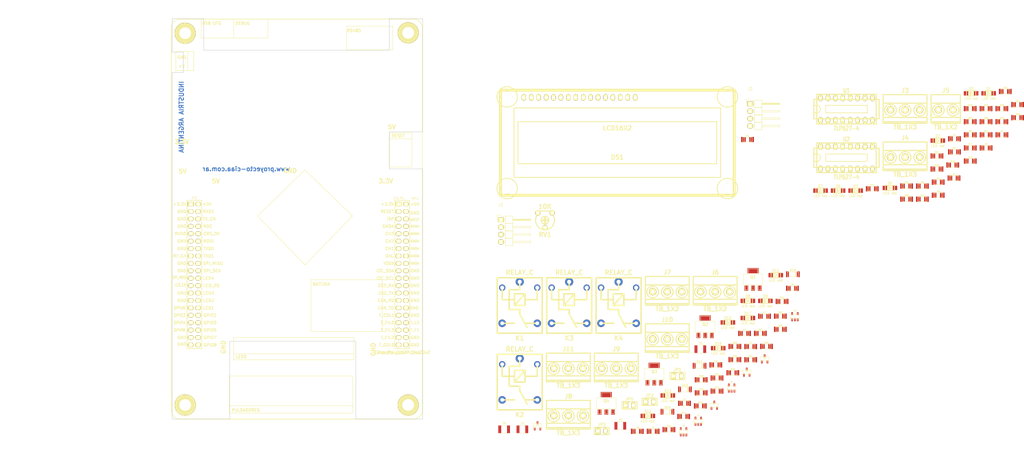
<source format=kicad_pcb>
(kicad_pcb (version 4) (host pcbnew "(2015-09-12 BZR 6188)-product")
  (title_block (title "PONCHO PLC") (date 2016-06-15) (rev 1.0) (company "Proyecto CIAA - COMPUTADORA INDUSTRIAL ABIERTA ARGENTINA") (comment 1 https://github.com/ciaa/Ponchos) (comment 2 "Autores y Licencia del template (Diego Brengi - UNLaM)") (comment 3 "Autor del poncho (COMPLETAR NOMBRE Y APELLIDO). Ver directorio \"doc\"") (comment 4 "CÓDIGO PONCHO: PLC"))
  (layers (0 F.Cu signal) (31 B.Cu signal) (34 B.Paste user) (35 F.Paste user) (36 B.SilkS user) (37 F.SilkS user) (38 B.Mask user) (39 F.Mask user) (44 Edge.Cuts user))
  (net 0 "")
  (net 1 GND)
  (net 2 GNDA)
  (net 3 +5V)
  (net 4 "Net-(D1-Pad1)")
  (net 5 "/Conector del Poncho/COL0")
  (net 6 "Net-(D2-Pad1)")
  (net 7 "/Conector del Poncho/COL1")
  (net 8 "Net-(D3-Pad1)")
  (net 9 "/Conector del Poncho/COL2")
  (net 10 "Net-(D4-Pad1)")
  (net 11 "/Entradas Optoacopladas/DIN3")
  (net 12 "Net-(D5-Pad1)")
  (net 13 "/Entradas Optoacopladas/DIN4")
  (net 14 "Net-(D6-Pad1)")
  (net 15 "/Entradas Optoacopladas/DIN5")
  (net 16 "Net-(D7-Pad1)")
  (net 17 "/Entradas Optoacopladas/DIN6")
  (net 18 "Net-(D8-Pad1)")
  (net 19 "Net-(D9-Pad1)")
  (net 20 "Net-(D10-Pad1)")
  (net 21 "Net-(D11-Pad1)")
  (net 22 "Net-(D12-Pad2)")
  (net 23 "Net-(D13-Pad2)")
  (net 24 "Net-(D14-Pad1)")
  (net 25 "Net-(D15-Pad1)")
  (net 26 "Net-(D16-Pad2)")
  (net 27 "Net-(D17-Pad2)")
  (net 28 "Net-(D18-Pad1)")
  (net 29 "Net-(D19-Pad1)")
  (net 30 "Net-(DS1-Pad3)")
  (net 31 "/Conector del Poncho/RS")
  (net 32 "/Conector del Poncho/LCD_EN")
  (net 33 "/Conector del Poncho/LCD1")
  (net 34 "/Conector del Poncho/LCD2")
  (net 35 "/Conector del Poncho/LCD3")
  (net 36 "/Conector del Poncho/LCD4")
  (net 37 "Net-(DS1-Pad16)")
  (net 38 +3V3)
  (net 39 "/Conector del Poncho/SDA")
  (net 40 "/Conector del Poncho/SCL")
  (net 41 "/Conector del Poncho/RXD")
  (net 42 "/Conector del Poncho/TXD")
  (net 43 "/Entradas Optoacopladas/IN2")
  (net 44 "/Entradas Optoacopladas/IN0")
  (net 45 "/Entradas Optoacopladas/IN1")
  (net 46 "/Entradas Optoacopladas/IN5")
  (net 47 "/Entradas Optoacopladas/IN3")
  (net 48 "/Entradas Optoacopladas/IN4")
  (net 49 "/Entradas Optoacopladas/IN6")
  (net 50 "Net-(J6-Pad1)")
  (net 51 "Net-(J6-Pad2)")
  (net 52 "Net-(J7-Pad1)")
  (net 53 "Net-(J7-Pad2)")
  (net 54 "/Salidas Digitales/C1A")
  (net 55 "/Salidas Digitales/NC1A")
  (net 56 "/Salidas Digitales/NO1A")
  (net 57 "/Salidas Digitales/C1B")
  (net 58 "/Salidas Digitales/NC1B")
  (net 59 "/Salidas Digitales/NO1B")
  (net 60 "/Salidas Digitales/C1C")
  (net 61 "/Salidas Digitales/NC1C")
  (net 62 "/Salidas Digitales/NO1C")
  (net 63 "/Salidas Digitales/C1D")
  (net 64 "/Salidas Digitales/NC1D")
  (net 65 "/Salidas Digitales/NO1D")
  (net 66 "/Salidas Digitales/DOUT5")
  (net 67 "/Salidas Digitales/DOUT4")
  (net 68 "/Salidas Digitales/DOUT6")
  (net 69 "/Salidas Digitales/DOUT7")
  (net 70 "Net-(Q1-Pad2)")
  (net 71 "Net-(Q2-Pad2)")
  (net 72 "Net-(Q3-Pad2)")
  (net 73 "Net-(Q4-Pad2)")
  (net 74 "/Salidas Digitales/DOUT2")
  (net 75 "/Salidas Digitales/DOUT0")
  (net 76 "/Salidas Digitales/DOUT3")
  (net 77 "/Salidas Digitales/DOUT1")
  (net 78 "Net-(R2-Pad2)")
  (net 79 "Net-(R10-Pad2)")
  (net 80 "Net-(R11-Pad2)")
  (net 81 "Net-(R12-Pad2)")
  (net 82 "Net-(R13-Pad2)")
  (net 83 "Net-(R14-Pad2)")
  (net 84 "Net-(R15-Pad2)")
  (net 85 GNDD)
  (net 86 "Net-(JP1-Pad2)")
  (net 87 "Net-(JP2-Pad2)")
  (net 88 "Net-(JP3-Pad2)")
  (net 89 "Net-(JP4-Pad2)")
  (module Poncho_Esqueleto:Plantilla_EDU-CIAA (layer F.Cu) (at 151.13 88.9)
    (fp_text reference MP1 (at 5.715 -1.905) (layer F.SilkS) (effects (font (size 0.8 0.8) (thickness 0.12))))
    (fp_text value Plantilla_EDU-CIAA (at -0.03 50.9) (layer F.SilkS) (effects (font (size 1.016 1.016) (thickness 0.2032))))
    (fp_text user GND (at -74.168 -50.292) (layer F.SilkS) (effects (font (thickness 0.2))))
    (fp_text user +V (at -74.168 -47.244) (layer F.SilkS) (effects (font (thickness 0.2))))
    (fp_text user DEBUG (at -53.34 -61.976) (layer F.SilkS) (effects (font (thickness 0.2))))
    (fp_text user "USB OTG" (at -64.008 -61.976) (layer F.SilkS) (effects (font (thickness 0.2))))
    (fp_text user RS485 (at -15.24 -59.436) (layer F.SilkS) (effects (font (thickness 0.2))))
    (fp_text user RESET (at 0 -23.368) (layer F.SilkS) (effects (font (thickness 0.2))))
    (fp_text user BATERIA (at -26.416 27.432) (layer F.SilkS) (effects (font (thickness 0.2))))
    (fp_text user LEDS (at -53.848 52.324) (layer F.SilkS) (effects (font (thickness 0.2))))
    (fp_text user PULSADORES (at -52.324 70.612) (layer F.SilkS) (effects (font (thickness 0.2))))
  )
  (module mod:poncho_grande (layer F.Cu) (at 151.13 88.9)
    (fp_text reference XA1 (at -0.762 -2.032 180) (layer F.SilkS) (effects (font (size 0.8 0.8) (thickness 0.12))))
    (fp_text value Conn_Poncho2P_2x_20x2 (at 1.27 50.8) (layer F.SilkS) (effects (font (size 1.016 1.016) (thickness 0.2032))))
    (fp_text user GPIO8 (at -64.516 48.26) (layer F.SilkS) (effects (font (thickness 0.2))))
    (fp_text user GPIO7 (at -64.516 45.72) (layer F.SilkS) (effects (font (thickness 0.2))))
    (fp_text user GPIO5 (at -64.516 43.18) (layer F.SilkS) (effects (font (thickness 0.2))))
    (fp_text user GPIO3 (at -64.516 40.64) (layer F.SilkS) (effects (font (thickness 0.2))))
    (fp_text user GPIO1 (at -64.516 38.1) (layer F.SilkS) (effects (font (thickness 0.2))))
    (fp_text user LCD1 (at -65.024 35.56) (layer F.SilkS) (effects (font (thickness 0.2))))
    (fp_text user LCD2 (at -65.024 33.02) (layer F.SilkS) (effects (font (thickness 0.2))))
    (fp_text user LCD3 (at -65.024 30.48) (layer F.SilkS) (effects (font (thickness 0.2))))
    (fp_text user LCD_RS (at -64.008 27.94) (layer F.SilkS) (effects (font (thickness 0.2))))
    (fp_text user LCD4 (at -65.024 25.4) (layer F.SilkS) (effects (font (thickness 0.2))))
    (fp_text user SPI_SCK (at -63.754 22.86) (layer F.SilkS) (effects (font (thickness 0.2))))
    (fp_text user SPI_MISO (at -63.5 20.32) (layer F.SilkS) (effects (font (thickness 0.2))))
    (fp_text user TXD1 (at -65.024 17.78) (layer F.SilkS) (effects (font (thickness 0.2))))
    (fp_text user TXD0 (at -65.024 15.24) (layer F.SilkS) (effects (font (thickness 0.2))))
    (fp_text user MDIO (at -65.024 12.7) (layer F.SilkS) (effects (font (thickness 0.2))))
    (fp_text user CRS_DV (at -64.008 10.16) (layer F.SilkS) (effects (font (thickness 0.2))))
    (fp_text user MDC (at -65.278 7.62) (layer F.SilkS) (effects (font (thickness 0.2))))
    (fp_text user TX_EN (at -64.77 5.08) (layer F.SilkS) (effects (font (thickness 0.2))))
    (fp_text user RXD1 (at -65.024 2.54) (layer F.SilkS) (effects (font (thickness 0.2))))
    (fp_text user +5V (at -65.532 0) (layer F.SilkS) (effects (font (thickness 0.2))))
    (fp_text user GND (at -74.168 48.006) (layer F.SilkS) (effects (font (thickness 0.2))))
    (fp_text user GND (at -74.168 45.72) (layer F.SilkS) (effects (font (thickness 0.2))))
    (fp_text user GPIO6 (at -74.93 43.18) (layer F.SilkS) (effects (font (size 1 0.9) (thickness 0.2))))
    (fp_text user GPIO4 (at -74.93 40.64) (layer F.SilkS) (effects (font (size 1 0.9) (thickness 0.2))))
    (fp_text user GPIO2 (at -74.93 38.1) (layer F.SilkS) (effects (font (size 1 0.9) (thickness 0.2))))
    (fp_text user GPIO0 (at -74.93 35.56) (layer F.SilkS) (effects (font (size 1 0.9) (thickness 0.2))))
    (fp_text user GND (at -74.168 33.02) (layer F.SilkS) (effects (font (thickness 0.2))))
    (fp_text user GND (at -74.168 30.48) (layer F.SilkS) (effects (font (thickness 0.2))))
    (fp_text user LCD_EN (at -74.676 27.686) (layer F.SilkS) (effects (font (size 1 0.7) (thickness 0.17))))
    (fp_text user SPI_MOSI (at -74.93 25.146) (layer F.SilkS) (effects (font (size 1 0.7) (thickness 0.17))))
    (fp_text user GND (at -74.168 22.86) (layer F.SilkS) (effects (font (thickness 0.2))))
    (fp_text user GND (at -74.168 20.32) (layer F.SilkS) (effects (font (thickness 0.2))))
    (fp_text user REF_CLK (at -74.93 17.78) (layer F.SilkS) (effects (font (size 0.9 0.7) (thickness 0.175))))
    (fp_text user GND (at -74.168 15.24) (layer F.SilkS) (effects (font (thickness 0.2))))
    (fp_text user GND (at -74.168 12.7) (layer F.SilkS) (effects (font (thickness 0.2))))
    (fp_text user GND (at -74.168 7.62) (layer F.SilkS) (effects (font (thickness 0.2))))
    (fp_text user RXD0 (at -74.676 10.16) (layer F.SilkS) (effects (font (thickness 0.2))))
    (fp_text user GND (at -74.168 5.08) (layer F.SilkS) (effects (font (thickness 0.2))))
    (fp_text user GND (at -74.168 2.54) (layer F.SilkS) (effects (font (thickness 0.2))))
    (fp_text user +3.3V (at -74.93 0) (layer F.SilkS) (effects (font (thickness 0.2))))
    (fp_text user GND (at 5.588 48.26) (layer F.SilkS) (effects (font (thickness 0.2))))
    (fp_text user GND (at 5.588 45.72) (layer F.SilkS) (effects (font (thickness 0.2))))
    (fp_text user T_F1 (at 5.588 43.18) (layer F.SilkS) (effects (font (size 0.9 0.9) (thickness 0.18))))
    (fp_text user T_C2 (at 5.588 40.64) (layer F.SilkS) (effects (font (size 0.9 0.9) (thickness 0.18))))
    (fp_text user GND (at 5.588 38.1) (layer F.SilkS) (effects (font (thickness 0.2))))
    (fp_text user GND (at 5.334 35.56) (layer F.SilkS) (effects (font (thickness 0.2))))
    (fp_text user GND (at 5.588 33.02) (layer F.SilkS) (effects (font (thickness 0.2))))
    (fp_text user GND (at 5.588 30.48) (layer F.SilkS) (effects (font (thickness 0.2))))
    (fp_text user GND (at 5.588 27.94) (layer F.SilkS) (effects (font (thickness 0.2))))
    (fp_text user GND (at 5.588 25.4) (layer F.SilkS) (effects (font (thickness 0.2))))
    (fp_text user GND (at 5.588 22.86) (layer F.SilkS) (effects (font (thickness 0.2))))
    (fp_text user GNDA (at 5.588 20.32) (layer F.SilkS) (effects (font (size 0.76 0.76) (thickness 0.19))))
    (fp_text user GNDA (at 5.588 17.78) (layer F.SilkS) (effects (font (size 0.76 0.76) (thickness 0.19))))
    (fp_text user GNDA (at 5.588 15.24) (layer F.SilkS) (effects (font (size 0.76 0.76) (thickness 0.19))))
    (fp_text user GNDA (at 5.588 12.7) (layer F.SilkS) (effects (font (size 0.76 0.76) (thickness 0.19))))
    (fp_text user GNDA (at 5.588 10.16) (layer F.SilkS) (effects (font (size 0.76 0.76) (thickness 0.19))))
    (fp_text user GNDA (at 5.588 7.62) (layer F.SilkS) (effects (font (size 0.76 0.76) (thickness 0.19))))
    (fp_text user WAKEUP (at 5.588 5.334) (layer F.SilkS) (effects (font (size 1 0.5) (thickness 0.125))))
    (fp_text user GND (at 5.588 3.048) (layer F.SilkS) (effects (font (thickness 0.2))))
    (fp_text user +5V (at 5.588 0) (layer F.SilkS) (effects (font (thickness 0.2))))
    (fp_text user T_COL0 (at -4.064 48.26) (layer F.SilkS) (effects (font (thickness 0.2))))
    (fp_text user T_FIL2 (at -3.81 45.72) (layer F.SilkS) (effects (font (thickness 0.2))))
    (fp_text user T_FIL3 (at -3.81 43.18) (layer F.SilkS) (effects (font (thickness 0.2))))
    (fp_text user T_FIL0 (at -3.81 40.64) (layer F.SilkS) (effects (font (thickness 0.2))))
    (fp_text user T_COL1 (at -4.064 38.1) (layer F.SilkS) (effects (font (thickness 0.2))))
    (fp_text user CAN_TD (at -4.318 35.56) (layer F.SilkS) (effects (font (thickness 0.2))))
    (fp_text user CAN_RD (at -4.318 33.02) (layer F.SilkS) (effects (font (thickness 0.2))))
    (fp_text user 232_TX (at -4.318 30.48) (layer F.SilkS) (effects (font (thickness 0.2))))
    (fp_text user 232_RX (at -4.318 27.94) (layer F.SilkS) (effects (font (thickness 0.2))))
    (fp_text user I2C_SCL (at -4.572 25.4) (layer F.SilkS) (effects (font (thickness 0.2))))
    (fp_text user I2C_SDA (at -4.572 22.86) (layer F.SilkS) (effects (font (thickness 0.2))))
    (fp_text user VDDA (at -3.302 20.32) (layer F.SilkS) (effects (font (thickness 0.2))))
    (fp_text user DAC (at -3.048 17.78) (layer F.SilkS) (effects (font (thickness 0.2))))
    (fp_text user CH1 (at -3.048 15.24) (layer F.SilkS) (effects (font (thickness 0.2))))
    (fp_text user CH2 (at -3.048 12.7) (layer F.SilkS) (effects (font (thickness 0.2))))
    (fp_text user CH3 (at -3.048 10.16) (layer F.SilkS) (effects (font (thickness 0.2))))
    (fp_text user GNDA (at -3.556 7.62) (layer F.SilkS) (effects (font (thickness 0.2))))
    (fp_text user ISP (at -2.794 5.08) (layer F.SilkS) (effects (font (thickness 0.2))))
    (fp_text user RESET (at -3.81 2.54) (layer F.SilkS) (effects (font (thickness 0.2))))
    (fp_text user P2 (at -69.85 -2.032) (layer F.SilkS) (effects (font (size 0.8 0.8) (thickness 0.12))))
    (fp_text user P1 (at 1.27 -2.032) (layer F.SilkS) (effects (font (size 0.8 0.8) (thickness 0.12))))
    (fp_text user +3.3V (at -3.81 0) (layer F.SilkS) (effects (font (thickness 0.2))))
    (pad 1 thru_hole rect (at 0 0 270) (size 1.524 2) (drill 1.016) (layers *.Cu *.Mask F.SilkS) (net 38 +3V3))
    (pad 2 thru_hole oval (at 2.54 0 270) (size 1.524 2) (drill 1.016) (layers *.Cu *.Mask F.SilkS) (net 3 +5V))
    (pad 11 thru_hole oval (at 0 12.7 270) (size 1.524 2) (drill 1.016) (layers *.Cu *.Mask F.SilkS))
    (pad 4 thru_hole oval (at 2.54 2.54 270) (size 1.524 2) (drill 1.016) (layers *.Cu *.Mask F.SilkS) (net 1 GND))
    (pad 13 thru_hole oval (at 0 15.24 270) (size 1.524 2) (drill 1.016) (layers *.Cu *.Mask F.SilkS))
    (pad 6 thru_hole oval (at 2.54 5.08 270) (size 1.524 2) (drill 1.016) (layers *.Cu *.Mask F.SilkS))
    (pad 15 thru_hole oval (at 0 17.78 270) (size 1.524 2) (drill 1.016) (layers *.Cu *.Mask F.SilkS))
    (pad 8 thru_hole oval (at 2.54 7.62 270) (size 1.524 2) (drill 1.016) (layers *.Cu *.Mask F.SilkS) (net 2 GNDA))
    (pad 17 thru_hole oval (at 0 20.32 270) (size 1.524 2) (drill 1.016) (layers *.Cu *.Mask F.SilkS))
    (pad 10 thru_hole oval (at 2.54 10.16 270) (size 1.524 2) (drill 1.016) (layers *.Cu *.Mask F.SilkS) (net 2 GNDA))
    (pad 19 thru_hole oval (at 0 22.86 270) (size 1.524 2) (drill 1.016) (layers *.Cu *.Mask F.SilkS) (net 39 "/Conector del Poncho/SDA"))
    (pad 12 thru_hole oval (at 2.54 12.7 270) (size 1.524 2) (drill 1.016) (layers *.Cu *.Mask F.SilkS) (net 2 GNDA))
    (pad 21 thru_hole oval (at 0 25.4 270) (size 1.524 2) (drill 1.016) (layers *.Cu *.Mask F.SilkS) (net 40 "/Conector del Poncho/SCL"))
    (pad 14 thru_hole oval (at 2.54 15.24 270) (size 1.524 2) (drill 1.016) (layers *.Cu *.Mask F.SilkS) (net 2 GNDA))
    (pad 23 thru_hole oval (at 0 27.94 270) (size 1.524 2) (drill 1.016) (layers *.Cu *.Mask F.SilkS) (net 41 "/Conector del Poncho/RXD"))
    (pad 16 thru_hole oval (at 2.54 17.78 270) (size 1.524 2) (drill 1.016) (layers *.Cu *.Mask F.SilkS) (net 2 GNDA))
    (pad 25 thru_hole oval (at 0 30.48 270) (size 1.524 2) (drill 1.016) (layers *.Cu *.Mask F.SilkS) (net 42 "/Conector del Poncho/TXD"))
    (pad 18 thru_hole oval (at 2.54 20.32 270) (size 1.524 2) (drill 1.016) (layers *.Cu *.Mask F.SilkS) (net 2 GNDA))
    (pad 27 thru_hole oval (at 0 33.02 270) (size 1.524 2) (drill 1.016) (layers *.Cu *.Mask F.SilkS))
    (pad 20 thru_hole oval (at 2.54 22.86 270) (size 1.524 2) (drill 1.016) (layers *.Cu *.Mask F.SilkS) (net 1 GND))
    (pad 29 thru_hole oval (at 0 35.56 270) (size 1.524 2) (drill 1.016) (layers *.Cu *.Mask F.SilkS))
    (pad 22 thru_hole oval (at 2.54 25.4 270) (size 1.524 2) (drill 1.016) (layers *.Cu *.Mask F.SilkS) (net 1 GND))
    (pad 31 thru_hole oval (at 0 38.1 270) (size 1.524 2) (drill 1.016) (layers *.Cu *.Mask F.SilkS) (net 7 "/Conector del Poncho/COL1"))
    (pad 24 thru_hole oval (at 2.54 27.94 270) (size 1.524 2) (drill 1.016) (layers *.Cu *.Mask F.SilkS) (net 1 GND))
    (pad 26 thru_hole oval (at 2.54 30.48 270) (size 1.524 2) (drill 1.016) (layers *.Cu *.Mask F.SilkS) (net 1 GND))
    (pad 33 thru_hole oval (at 0 40.64 270) (size 1.524 2) (drill 1.016) (layers *.Cu *.Mask F.SilkS) (net 11 "/Entradas Optoacopladas/DIN3"))
    (pad 28 thru_hole oval (at 2.54 33.02 270) (size 1.524 2) (drill 1.016) (layers *.Cu *.Mask F.SilkS) (net 1 GND))
    (pad 32 thru_hole oval (at 2.54 38.1 270) (size 1.524 2) (drill 1.016) (layers *.Cu *.Mask F.SilkS) (net 1 GND))
    (pad 34 thru_hole oval (at 2.54 40.64 270) (size 1.524 2) (drill 1.016) (layers *.Cu *.Mask F.SilkS) (net 9 "/Conector del Poncho/COL2"))
    (pad 36 thru_hole oval (at 2.54 43.18 270) (size 1.524 2) (drill 1.016) (layers *.Cu *.Mask F.SilkS) (net 13 "/Entradas Optoacopladas/DIN4"))
    (pad 38 thru_hole oval (at 2.54 45.72 270) (size 1.524 2) (drill 1.016) (layers *.Cu *.Mask F.SilkS) (net 1 GND))
    (pad 35 thru_hole oval (at 0 43.18 270) (size 1.524 2) (drill 1.016) (layers *.Cu *.Mask F.SilkS) (net 17 "/Entradas Optoacopladas/DIN6"))
    (pad 37 thru_hole oval (at 0 45.72 270) (size 1.524 2) (drill 1.016) (layers *.Cu *.Mask F.SilkS) (net 15 "/Entradas Optoacopladas/DIN5"))
    (pad 3 thru_hole oval (at 0 2.54 270) (size 1.524 2) (drill 1.016) (layers *.Cu *.Mask F.SilkS))
    (pad 5 thru_hole oval (at 0 5.08 270) (size 1.524 2) (drill 1.016) (layers *.Cu *.Mask F.SilkS))
    (pad 7 thru_hole oval (at 0 7.62 270) (size 1.524 2) (drill 1.016) (layers *.Cu *.Mask F.SilkS) (net 2 GNDA))
    (pad 9 thru_hole oval (at 0 10.16 270) (size 1.524 2) (drill 1.016) (layers *.Cu *.Mask F.SilkS))
    (pad 39 thru_hole oval (at 0 48.26 270) (size 1.524 2) (drill 1.016) (layers *.Cu *.Mask F.SilkS) (net 5 "/Conector del Poncho/COL0"))
    (pad 40 thru_hole oval (at 2.54 48.26 270) (size 1.524 2) (drill 1.016) (layers *.Cu *.Mask F.SilkS) (net 1 GND))
    (pad 30 thru_hole oval (at 2.54 35.56 270) (size 1.524 2) (drill 1.016) (layers *.Cu *.Mask F.SilkS) (net 1 GND))
    (pad 41 thru_hole rect (at -71.12 0 270) (size 1.524 2) (drill 1.016) (layers *.Cu *.Mask F.SilkS))
    (pad 42 thru_hole oval (at -68.58 0 270) (size 1.524 2) (drill 1.016) (layers *.Cu *.Mask F.SilkS))
    (pad 43 thru_hole oval (at -71.12 2.54 270) (size 1.524 2) (drill 1.016) (layers *.Cu *.Mask F.SilkS) (net 1 GND))
    (pad 44 thru_hole oval (at -68.58 2.54 270) (size 1.524 2) (drill 1.016) (layers *.Cu *.Mask F.SilkS))
    (pad 45 thru_hole oval (at -71.12 5.08 270) (size 1.524 2) (drill 1.016) (layers *.Cu *.Mask F.SilkS) (net 1 GND))
    (pad 46 thru_hole oval (at -68.58 5.08 270) (size 1.524 2) (drill 1.016) (layers *.Cu *.Mask F.SilkS))
    (pad 47 thru_hole oval (at -71.12 7.62 270) (size 1.524 2) (drill 1.016) (layers *.Cu *.Mask F.SilkS) (net 1 GND))
    (pad 48 thru_hole oval (at -68.58 7.62 270) (size 1.524 2) (drill 1.016) (layers *.Cu *.Mask F.SilkS))
    (pad 49 thru_hole oval (at -71.12 10.16 270) (size 1.524 2) (drill 1.016) (layers *.Cu *.Mask F.SilkS))
    (pad 50 thru_hole oval (at -68.58 10.16 270) (size 1.524 2) (drill 1.016) (layers *.Cu *.Mask F.SilkS))
    (pad 51 thru_hole oval (at -71.12 12.7 270) (size 1.524 2) (drill 1.016) (layers *.Cu *.Mask F.SilkS) (net 1 GND))
    (pad 52 thru_hole oval (at -68.58 12.7 270) (size 1.524 2) (drill 1.016) (layers *.Cu *.Mask F.SilkS))
    (pad 53 thru_hole oval (at -71.12 15.24 270) (size 1.524 2) (drill 1.016) (layers *.Cu *.Mask F.SilkS) (net 1 GND))
    (pad 54 thru_hole oval (at -68.58 15.24 270) (size 1.524 2) (drill 1.016) (layers *.Cu *.Mask F.SilkS))
    (pad 55 thru_hole oval (at -71.12 17.78 270) (size 1.524 2) (drill 1.016) (layers *.Cu *.Mask F.SilkS))
    (pad 56 thru_hole oval (at -68.58 17.78 270) (size 1.524 2) (drill 1.016) (layers *.Cu *.Mask F.SilkS))
    (pad 57 thru_hole oval (at -71.12 20.32 270) (size 1.524 2) (drill 1.016) (layers *.Cu *.Mask F.SilkS) (net 1 GND))
    (pad 58 thru_hole oval (at -68.58 20.32 270) (size 1.524 2) (drill 1.016) (layers *.Cu *.Mask F.SilkS))
    (pad 59 thru_hole oval (at -71.12 22.86 270) (size 1.524 2) (drill 1.016) (layers *.Cu *.Mask F.SilkS) (net 1 GND))
    (pad 60 thru_hole oval (at -68.58 22.86 270) (size 1.524 2) (drill 1.016) (layers *.Cu *.Mask F.SilkS))
    (pad 61 thru_hole oval (at -71.12 25.4 270) (size 1.524 2) (drill 1.016) (layers *.Cu *.Mask F.SilkS))
    (pad 62 thru_hole oval (at -68.58 25.4 270) (size 1.524 2) (drill 1.016) (layers *.Cu *.Mask F.SilkS) (net 36 "/Conector del Poncho/LCD4"))
    (pad 63 thru_hole oval (at -71.12 27.94 270) (size 1.524 2) (drill 1.016) (layers *.Cu *.Mask F.SilkS) (net 32 "/Conector del Poncho/LCD_EN"))
    (pad 64 thru_hole oval (at -68.58 27.94 270) (size 1.524 2) (drill 1.016) (layers *.Cu *.Mask F.SilkS) (net 31 "/Conector del Poncho/RS"))
    (pad 65 thru_hole oval (at -71.12 30.48 270) (size 1.524 2) (drill 1.016) (layers *.Cu *.Mask F.SilkS) (net 1 GND))
    (pad 66 thru_hole oval (at -68.58 30.48 270) (size 1.524 2) (drill 1.016) (layers *.Cu *.Mask F.SilkS) (net 35 "/Conector del Poncho/LCD3"))
    (pad 67 thru_hole oval (at -71.12 33.02 270) (size 1.524 2) (drill 1.016) (layers *.Cu *.Mask F.SilkS) (net 1 GND))
    (pad 68 thru_hole oval (at -68.58 33.02 270) (size 1.524 2) (drill 1.016) (layers *.Cu *.Mask F.SilkS) (net 34 "/Conector del Poncho/LCD2"))
    (pad 69 thru_hole oval (at -71.12 35.56 270) (size 1.524 2) (drill 1.016) (layers *.Cu *.Mask F.SilkS) (net 75 "/Salidas Digitales/DOUT0"))
    (pad 70 thru_hole oval (at -68.58 35.56 270) (size 1.524 2) (drill 1.016) (layers *.Cu *.Mask F.SilkS) (net 33 "/Conector del Poncho/LCD1"))
    (pad 71 thru_hole oval (at -71.12 38.1 270) (size 1.524 2) (drill 1.016) (layers *.Cu *.Mask F.SilkS) (net 74 "/Salidas Digitales/DOUT2"))
    (pad 72 thru_hole oval (at -68.58 38.1 270) (size 1.524 2) (drill 1.016) (layers *.Cu *.Mask F.SilkS) (net 77 "/Salidas Digitales/DOUT1"))
    (pad 73 thru_hole oval (at -71.12 40.64 270) (size 1.524 2) (drill 1.016) (layers *.Cu *.Mask F.SilkS) (net 67 "/Salidas Digitales/DOUT4"))
    (pad 74 thru_hole oval (at -68.58 40.64 270) (size 1.524 2) (drill 1.016) (layers *.Cu *.Mask F.SilkS) (net 76 "/Salidas Digitales/DOUT3"))
    (pad 75 thru_hole oval (at -71.12 43.18 270) (size 1.524 2) (drill 1.016) (layers *.Cu *.Mask F.SilkS) (net 68 "/Salidas Digitales/DOUT6"))
    (pad 76 thru_hole oval (at -68.58 43.18 270) (size 1.524 2) (drill 1.016) (layers *.Cu *.Mask F.SilkS) (net 66 "/Salidas Digitales/DOUT5"))
    (pad 77 thru_hole oval (at -71.12 45.72 270) (size 1.524 2) (drill 1.016) (layers *.Cu *.Mask F.SilkS) (net 1 GND))
    (pad 78 thru_hole oval (at -68.58 45.72 270) (size 1.524 2) (drill 1.016) (layers *.Cu *.Mask F.SilkS) (net 69 "/Salidas Digitales/DOUT7"))
    (pad 79 thru_hole oval (at -71.12 48.26 270) (size 1.524 2) (drill 1.016) (layers *.Cu *.Mask F.SilkS) (net 1 GND))
    (pad 80 thru_hole oval (at -68.58 48.26 270) (size 1.524 2) (drill 1.016) (layers *.Cu *.Mask F.SilkS))
    (pad ~ thru_hole circle (at -73.025 68.834) (size 7 7) (drill 4) (layers *.Cu *.Mask F.SilkS))
    (pad ~ thru_hole circle (at 3.302 68.834) (size 7 7) (drill 4) (layers *.Cu *.Mask F.SilkS))
    (pad ~ thru_hole circle (at -73.025 -58.547) (size 7 7) (drill 4) (layers *.Cu *.Mask F.SilkS))
    (pad ~ thru_hole circle (at 3.302 -58.674) (size 7 7) (drill 4) (layers *.Cu *.Mask F.SilkS))
  )
  (module EESTN5:C_1206 (layer F.Cu) (at 271.6551 137.728736)
    (fp_text reference C1 (at 0.0254 -1.2954) (layer F.SilkS) (effects (font (size 0.50038 0.50038) (thickness 0.11938))))
    (fp_text value 100nF hide)
    (pad 1 smd rect (at 1.397 0) (size 1.6002 1.8034) (layers F.Cu F.Paste F.Mask) (net 1 GND))
    (pad 2 smd rect (at -1.397 0) (size 1.6002 1.8034) (layers F.Cu F.Paste F.Mask) (net 3 +5V))
  )
  (module EESTN5:C_1206 (layer F.Cu) (at 238.2651 166.758736)
    (fp_text reference C2 (at 0.0254 -1.2954) (layer F.SilkS) (effects (font (size 0.50038 0.50038) (thickness 0.11938))))
    (fp_text value 100nF hide)
    (pad 1 smd rect (at 1.397 0) (size 1.6002 1.8034) (layers F.Cu F.Paste F.Mask) (net 1 GND))
    (pad 2 smd rect (at -1.397 0) (size 1.6002 1.8034) (layers F.Cu F.Paste F.Mask) (net 3 +5V))
  )
  (module EESTN5:C_1206 (layer F.Cu) (at 249.0051 157.178736)
    (fp_text reference C3 (at 0.0254 -1.2954) (layer F.SilkS) (effects (font (size 0.50038 0.50038) (thickness 0.11938))))
    (fp_text value 100nF hide)
    (pad 1 smd rect (at 1.397 0) (size 1.6002 1.8034) (layers F.Cu F.Paste F.Mask) (net 1 GND))
    (pad 2 smd rect (at -1.397 0) (size 1.6002 1.8034) (layers F.Cu F.Paste F.Mask) (net 3 +5V))
  )
  (module EESTN5:C_1206 (layer F.Cu) (at 269.5551 133.208736)
    (fp_text reference C4 (at 0.0254 -1.2954) (layer F.SilkS) (effects (font (size 0.50038 0.50038) (thickness 0.11938))))
    (fp_text value 100nF hide)
    (pad 1 smd rect (at 1.397 0) (size 1.6002 1.8034) (layers F.Cu F.Paste F.Mask) (net 1 GND))
    (pad 2 smd rect (at -1.397 0) (size 1.6002 1.8034) (layers F.Cu F.Paste F.Mask) (net 3 +5V))
  )
  (module EESTN5:C_1206 (layer F.Cu) (at 259.7151 143.998736)
    (fp_text reference C5 (at 0.0254 -1.2954) (layer F.SilkS) (effects (font (size 0.50038 0.50038) (thickness 0.11938))))
    (fp_text value 1uF hide)
    (pad 1 smd rect (at 1.397 0) (size 1.6002 1.8034) (layers F.Cu F.Paste F.Mask) (net 1 GND))
    (pad 2 smd rect (at -1.397 0) (size 1.6002 1.8034) (layers F.Cu F.Paste F.Mask) (net 3 +5V))
  )
  (module EESTN5:C_1206 (layer F.Cu) (at 285.9451 117.748736)
    (fp_text reference C6 (at 0.0254 -1.2954) (layer F.SilkS) (effects (font (size 0.50038 0.50038) (thickness 0.11938))))
    (fp_text value 1uF hide)
    (pad 1 smd rect (at 1.397 0) (size 1.6002 1.8034) (layers F.Cu F.Paste F.Mask) (net 1 GND))
    (pad 2 smd rect (at -1.397 0) (size 1.6002 1.8034) (layers F.Cu F.Paste F.Mask) (net 3 +5V))
  )
  (module EESTN5:C_1206 (layer F.Cu) (at 276.3951 127.328736)
    (fp_text reference C7 (at 0.0254 -1.2954) (layer F.SilkS) (effects (font (size 0.50038 0.50038) (thickness 0.11938))))
    (fp_text value 1uF hide)
    (pad 1 smd rect (at 1.397 0) (size 1.6002 1.8034) (layers F.Cu F.Paste F.Mask) (net 1 GND))
    (pad 2 smd rect (at -1.397 0) (size 1.6002 1.8034) (layers F.Cu F.Paste F.Mask) (net 3 +5V))
  )
  (module EESTN5:C_1206 (layer F.Cu) (at 232.8551 166.758736)
    (fp_text reference C8 (at 0.0254 -1.2954) (layer F.SilkS) (effects (font (size 0.50038 0.50038) (thickness 0.11938))))
    (fp_text value 1uF hide)
    (pad 1 smd rect (at 1.397 0) (size 1.6002 1.8034) (layers F.Cu F.Paste F.Mask) (net 1 GND))
    (pad 2 smd rect (at -1.397 0) (size 1.6002 1.8034) (layers F.Cu F.Paste F.Mask) (net 3 +5V))
  )
  (module EESTN5:LED_1206 (layer F.Cu) (at 353.09482 50.94986)
    (fp_text reference D1 (at 0 -1.651) (layer F.SilkS) (effects (font (size 0.8001 0.8001) (thickness 0.14986))))
    (fp_text value "LED red" (at 0 1.80086) (layer F.SilkS) (effects (font (size 0.8001 0.8001) (thickness 0.14986))))
    (pad 1 smd rect (at -1.74752 0) (size 1.4986 1.4986) (layers F.Cu F.Paste F.Mask) (net 4 "Net-(D1-Pad1)"))
    (pad 2 smd rect (at 1.74752 0) (size 1.4986 1.4986) (layers F.Cu F.Paste F.Mask) (net 5 "/Conector del Poncho/COL0"))
  )
  (module EESTN5:LED_1206 (layer F.Cu) (at 335.70482 67.15986)
    (fp_text reference D2 (at 0 -1.651) (layer F.SilkS) (effects (font (size 0.8001 0.8001) (thickness 0.14986))))
    (fp_text value "LED red" (at 0 1.80086) (layer F.SilkS) (effects (font (size 0.8001 0.8001) (thickness 0.14986))))
    (pad 1 smd rect (at -1.74752 0) (size 1.4986 1.4986) (layers F.Cu F.Paste F.Mask) (net 6 "Net-(D2-Pad1)"))
    (pad 2 smd rect (at 1.74752 0) (size 1.4986 1.4986) (layers F.Cu F.Paste F.Mask) (net 7 "/Conector del Poncho/COL1"))
  )
  (module EESTN5:LED_1206 (layer F.Cu) (at 347.09482 50.94986)
    (fp_text reference D3 (at 0 -1.651) (layer F.SilkS) (effects (font (size 0.8001 0.8001) (thickness 0.14986))))
    (fp_text value "LED red" (at 0 1.80086) (layer F.SilkS) (effects (font (size 0.8001 0.8001) (thickness 0.14986))))
    (pad 1 smd rect (at -1.74752 0) (size 1.4986 1.4986) (layers F.Cu F.Paste F.Mask) (net 8 "Net-(D3-Pad1)"))
    (pad 2 smd rect (at 1.74752 0) (size 1.4986 1.4986) (layers F.Cu F.Paste F.Mask) (net 9 "/Conector del Poncho/COL2"))
  )
  (module EESTN5:LED_1206 (layer F.Cu) (at 307.57482 84.28986)
    (fp_text reference D4 (at 0 -1.651) (layer F.SilkS) (effects (font (size 0.8001 0.8001) (thickness 0.14986))))
    (fp_text value "LED red" (at 0 1.80086) (layer F.SilkS) (effects (font (size 0.8001 0.8001) (thickness 0.14986))))
    (pad 1 smd rect (at -1.74752 0) (size 1.4986 1.4986) (layers F.Cu F.Paste F.Mask) (net 10 "Net-(D4-Pad1)"))
    (pad 2 smd rect (at 1.74752 0) (size 1.4986 1.4986) (layers F.Cu F.Paste F.Mask) (net 11 "/Entradas Optoacopladas/DIN3"))
  )
  (module EESTN5:LED_1206 (layer F.Cu) (at 319.31482 83.36986)
    (fp_text reference D5 (at 0 -1.651) (layer F.SilkS) (effects (font (size 0.8001 0.8001) (thickness 0.14986))))
    (fp_text value "LED red" (at 0 1.80086) (layer F.SilkS) (effects (font (size 0.8001 0.8001) (thickness 0.14986))))
    (pad 1 smd rect (at -1.74752 0) (size 1.4986 1.4986) (layers F.Cu F.Paste F.Mask) (net 12 "Net-(D5-Pad1)"))
    (pad 2 smd rect (at 1.74752 0) (size 1.4986 1.4986) (layers F.Cu F.Paste F.Mask) (net 13 "/Entradas Optoacopladas/DIN4"))
  )
  (module EESTN5:LED_1206 (layer F.Cu) (at 301.57482 84.28986)
    (fp_text reference D6 (at 0 -1.651) (layer F.SilkS) (effects (font (size 0.8001 0.8001) (thickness 0.14986))))
    (fp_text value "LED red" (at 0 1.80086) (layer F.SilkS) (effects (font (size 0.8001 0.8001) (thickness 0.14986))))
    (pad 1 smd rect (at -1.74752 0) (size 1.4986 1.4986) (layers F.Cu F.Paste F.Mask) (net 14 "Net-(D6-Pad1)"))
    (pad 2 smd rect (at 1.74752 0) (size 1.4986 1.4986) (layers F.Cu F.Paste F.Mask) (net 15 "/Entradas Optoacopladas/DIN5"))
  )
  (module EESTN5:LED_1206 (layer F.Cu) (at 295.57482 84.28986)
    (fp_text reference D7 (at 0 -1.651) (layer F.SilkS) (effects (font (size 0.8001 0.8001) (thickness 0.14986))))
    (fp_text value "LED red" (at 0 1.80086) (layer F.SilkS) (effects (font (size 0.8001 0.8001) (thickness 0.14986))))
    (pad 1 smd rect (at -1.74752 0) (size 1.4986 1.4986) (layers F.Cu F.Paste F.Mask) (net 16 "Net-(D7-Pad1)"))
    (pad 2 smd rect (at 1.74752 0) (size 1.4986 1.4986) (layers F.Cu F.Paste F.Mask) (net 17 "/Entradas Optoacopladas/DIN6"))
  )
  (module EESTN5:LED_1206 (layer F.Cu) (at 270.69482 122.05986)
    (fp_text reference D8 (at 0 -1.651) (layer F.SilkS) (effects (font (size 0.8001 0.8001) (thickness 0.14986))))
    (fp_text value "LED red" (at 0 1.80086) (layer F.SilkS) (effects (font (size 0.8001 0.8001) (thickness 0.14986))))
    (pad 1 smd rect (at -1.74752 0) (size 1.4986 1.4986) (layers F.Cu F.Paste F.Mask) (net 18 "Net-(D8-Pad1)"))
    (pad 2 smd rect (at 1.74752 0) (size 1.4986 1.4986) (layers F.Cu F.Paste F.Mask) (net 1 GND))
  )
  (module EESTN5:LED_1206 (layer F.Cu) (at 276.69482 122.05986)
    (fp_text reference D9 (at 0 -1.651) (layer F.SilkS) (effects (font (size 0.8001 0.8001) (thickness 0.14986))))
    (fp_text value "LED red" (at 0 1.80086) (layer F.SilkS) (effects (font (size 0.8001 0.8001) (thickness 0.14986))))
    (pad 1 smd rect (at -1.74752 0) (size 1.4986 1.4986) (layers F.Cu F.Paste F.Mask) (net 19 "Net-(D9-Pad1)"))
    (pad 2 smd rect (at 1.74752 0) (size 1.4986 1.4986) (layers F.Cu F.Paste F.Mask) (net 1 GND))
  )
  (module EESTN5:LED_1206 (layer F.Cu) (at 263.85482 129.45986)
    (fp_text reference D10 (at 0 -1.651) (layer F.SilkS) (effects (font (size 0.8001 0.8001) (thickness 0.14986))))
    (fp_text value "LED red" (at 0 1.80086) (layer F.SilkS) (effects (font (size 0.8001 0.8001) (thickness 0.14986))))
    (pad 1 smd rect (at -1.74752 0) (size 1.4986 1.4986) (layers F.Cu F.Paste F.Mask) (net 20 "Net-(D10-Pad1)"))
    (pad 2 smd rect (at 1.74752 0) (size 1.4986 1.4986) (layers F.Cu F.Paste F.Mask) (net 1 GND))
  )
  (module EESTN5:LED_1206 (layer F.Cu) (at 280.24482 113.24986)
    (fp_text reference D11 (at 0 -1.651) (layer F.SilkS) (effects (font (size 0.8001 0.8001) (thickness 0.14986))))
    (fp_text value "LED red" (at 0 1.80086) (layer F.SilkS) (effects (font (size 0.8001 0.8001) (thickness 0.14986))))
    (pad 1 smd rect (at -1.74752 0) (size 1.4986 1.4986) (layers F.Cu F.Paste F.Mask) (net 21 "Net-(D11-Pad1)"))
    (pad 2 smd rect (at 1.74752 0) (size 1.4986 1.4986) (layers F.Cu F.Paste F.Mask) (net 1 GND))
  )
  (module EESTN5:LED_1206 (layer F.Cu) (at 236.46482 161.48986)
    (fp_text reference D12 (at 0 -1.651) (layer F.SilkS) (effects (font (size 0.8001 0.8001) (thickness 0.14986))))
    (fp_text value "LED red" (at 0 1.80086) (layer F.SilkS) (effects (font (size 0.8001 0.8001) (thickness 0.14986))))
    (pad 1 smd rect (at -1.74752 0) (size 1.4986 1.4986) (layers F.Cu F.Paste F.Mask) (net 3 +5V))
    (pad 2 smd rect (at 1.74752 0) (size 1.4986 1.4986) (layers F.Cu F.Paste F.Mask) (net 22 "Net-(D12-Pad2)"))
  )
  (module EESTN5:LED_1206 (layer F.Cu) (at 243.30482 154.47986)
    (fp_text reference D13 (at 0 -1.651) (layer F.SilkS) (effects (font (size 0.8001 0.8001) (thickness 0.14986))))
    (fp_text value "LED red" (at 0 1.80086) (layer F.SilkS) (effects (font (size 0.8001 0.8001) (thickness 0.14986))))
    (pad 1 smd rect (at -1.74752 0) (size 1.4986 1.4986) (layers F.Cu F.Paste F.Mask) (net 3 +5V))
    (pad 2 smd rect (at 1.74752 0) (size 1.4986 1.4986) (layers F.Cu F.Paste F.Mask) (net 23 "Net-(D13-Pad2)"))
  )
  (module EESTN5:SOD80C (layer F.Cu) (at 254.1575 144.311918)
    (fp_text reference D14 (at 0 -1.4224) (layer F.SilkS) (effects (font (size 0.70104 0.70104) (thickness 0.14986))))
    (fp_text value LL4148 hide)
    (pad 1 smd rect (at -1.84912 0) (size 1.00076 1.99898) (layers F.Cu F.Paste F.Mask) (net 24 "Net-(D14-Pad1)"))
    (pad 2 smd rect (at 1.84912 0) (size 1.00076 1.99898) (layers F.Cu F.Paste F.Mask) (net 3 +5V))
  )
  (module EESTN5:SOD80C (layer F.Cu) (at 249.1575 152.381918)
    (fp_text reference D15 (at 0 -1.4224) (layer F.SilkS) (effects (font (size 0.70104 0.70104) (thickness 0.14986))))
    (fp_text value LL4148 hide)
    (pad 1 smd rect (at -1.84912 0) (size 1.00076 1.99898) (layers F.Cu F.Paste F.Mask) (net 25 "Net-(D15-Pad1)"))
    (pad 2 smd rect (at 1.84912 0) (size 1.00076 1.99898) (layers F.Cu F.Paste F.Mask) (net 3 +5V))
  )
  (module EESTN5:LED_1206 (layer F.Cu) (at 260.54482 138.26986)
    (fp_text reference D16 (at 0 -1.651) (layer F.SilkS) (effects (font (size 0.8001 0.8001) (thickness 0.14986))))
    (fp_text value "LED red" (at 0 1.80086) (layer F.SilkS) (effects (font (size 0.8001 0.8001) (thickness 0.14986))))
    (pad 1 smd rect (at -1.74752 0) (size 1.4986 1.4986) (layers F.Cu F.Paste F.Mask) (net 3 +5V))
    (pad 2 smd rect (at 1.74752 0) (size 1.4986 1.4986) (layers F.Cu F.Paste F.Mask) (net 26 "Net-(D16-Pad2)"))
  )
  (module EESTN5:LED_1206 (layer F.Cu) (at 270.69482 127.93986)
    (fp_text reference D17 (at 0 -1.651) (layer F.SilkS) (effects (font (size 0.8001 0.8001) (thickness 0.14986))))
    (fp_text value "LED red" (at 0 1.80086) (layer F.SilkS) (effects (font (size 0.8001 0.8001) (thickness 0.14986))))
    (pad 1 smd rect (at -1.74752 0) (size 1.4986 1.4986) (layers F.Cu F.Paste F.Mask) (net 3 +5V))
    (pad 2 smd rect (at 1.74752 0) (size 1.4986 1.4986) (layers F.Cu F.Paste F.Mask) (net 27 "Net-(D17-Pad2)"))
  )
  (module EESTN5:SOD80C (layer F.Cu) (at 286.0975 112.951918)
    (fp_text reference D18 (at 0 -1.4224) (layer F.SilkS) (effects (font (size 0.70104 0.70104) (thickness 0.14986))))
    (fp_text value LL4148 hide)
    (pad 1 smd rect (at -1.84912 0) (size 1.00076 1.99898) (layers F.Cu F.Paste F.Mask) (net 28 "Net-(D18-Pad1)"))
    (pad 2 smd rect (at 1.84912 0) (size 1.00076 1.99898) (layers F.Cu F.Paste F.Mask) (net 3 +5V))
  )
  (module EESTN5:SOD80C (layer F.Cu) (at 243.1575 160.061918)
    (fp_text reference D19 (at 0 -1.4224) (layer F.SilkS) (effects (font (size 0.70104 0.70104) (thickness 0.14986))))
    (fp_text value LL4148 hide)
    (pad 1 smd rect (at -1.84912 0) (size 1.00076 1.99898) (layers F.Cu F.Paste F.Mask) (net 29 "Net-(D19-Pad1)"))
    (pad 2 smd rect (at 1.84912 0) (size 1.00076 1.99898) (layers F.Cu F.Paste F.Mask) (net 3 +5V))
  )
  (module EESTN5:LCD_16x2 (layer F.Cu) (at 226.010401 67.866401)
    (fp_text reference DS1 (at 0 5.00126) (layer F.SilkS) (effects (font (size 1.5 1.5) (thickness 0.3))))
    (fp_text value LCD16X2 (at 0 -5.00126) (layer F.SilkS) (effects (font (size 1.5 1.5) (thickness 0.3))))
    (pad "" np_thru_hole circle (at -37.7 -15.7) (size 3.5 3.5) (drill 3.5) (layers *.Cu *.Mask F.SilkS))
    (pad "" np_thru_hole circle (at 37.7 -15.7) (size 3.5 3.5) (drill 3.5) (layers *.Cu *.Mask F.SilkS))
    (pad "" np_thru_hole circle (at 37.7 15.7) (size 3.5 3.5) (drill 3.5) (layers *.Cu *.Mask F.SilkS))
    (pad "" np_thru_hole circle (at -37.7 15.7) (size 3.5 3.5) (drill 3.5) (layers *.Cu *.Mask F.SilkS))
    (pad 1 thru_hole oval (at -32 -15.5) (size 1.5 2.2) (drill 1) (layers *.Cu *.Mask F.SilkS) (net 1 GND))
    (pad 2 thru_hole oval (at -29.46 -15.5) (size 1.5 2.2) (drill 1) (layers *.Cu *.Mask F.SilkS) (net 3 +5V))
    (pad 3 thru_hole oval (at -26.92 -15.5) (size 1.5 2.2) (drill 1) (layers *.Cu *.Mask F.SilkS) (net 30 "Net-(DS1-Pad3)"))
    (pad 4 thru_hole oval (at -24.38 -15.5) (size 1.5 2.2) (drill 1) (layers *.Cu *.Mask F.SilkS) (net 31 "/Conector del Poncho/RS"))
    (pad 5 thru_hole oval (at -21.84 -15.5) (size 1.5 2.2) (drill 1) (layers *.Cu *.Mask F.SilkS) (net 1 GND))
    (pad 6 thru_hole oval (at -19.3 -15.5) (size 1.5 2.2) (drill 1) (layers *.Cu *.Mask F.SilkS) (net 32 "/Conector del Poncho/LCD_EN"))
    (pad 7 thru_hole oval (at -16.76 -15.5) (size 1.5 2.2) (drill 1) (layers *.Cu *.Mask F.SilkS))
    (pad 8 thru_hole oval (at -14.22 -15.5) (size 1.5 2.2) (drill 1) (layers *.Cu *.Mask F.SilkS))
    (pad 9 thru_hole oval (at -11.68 -15.5) (size 1.5 2.2) (drill 1) (layers *.Cu *.Mask F.SilkS))
    (pad 10 thru_hole oval (at -9.14 -15.5) (size 1.5 2.2) (drill 1) (layers *.Cu *.Mask F.SilkS))
    (pad 11 thru_hole oval (at -6.6 -15.5) (size 1.5 2.2) (drill 1) (layers *.Cu *.Mask F.SilkS) (net 33 "/Conector del Poncho/LCD1"))
    (pad 12 thru_hole oval (at -4.06 -15.5) (size 1.5 2.2) (drill 1) (layers *.Cu *.Mask F.SilkS) (net 34 "/Conector del Poncho/LCD2"))
    (pad 13 thru_hole oval (at -1.52 -15.5) (size 1.5 2.2) (drill 1) (layers *.Cu *.Mask F.SilkS) (net 35 "/Conector del Poncho/LCD3"))
    (pad 14 thru_hole oval (at 1.02 -15.5) (size 1.5 2.2) (drill 1) (layers *.Cu *.Mask F.SilkS) (net 36 "/Conector del Poncho/LCD4"))
    (pad 15 thru_hole oval (at 3.56 -15.5) (size 1.5 2.2) (drill 1) (layers *.Cu *.Mask F.SilkS) (net 3 +5V))
    (pad 16 thru_hole oval (at 6.1 -15.5) (size 1.5 2.2) (drill 1) (layers *.Cu *.Mask F.SilkS) (net 37 "Net-(DS1-Pad16)"))
  )
  (module EESTN5:HEADER-4H (layer F.Cu) (at 186.183001 94.259)
    (fp_text reference J1 (at 0 -5.1) (layer F.SilkS))
    (fp_text value I2C)
    (pad 1 thru_hole rect (at 0 0) (size 2.032 1.7272) (drill 1.016) (layers *.Cu *.Mask F.SilkS) (net 38 +3V3))
    (pad 2 thru_hole oval (at 0 2.54) (size 2.032 1.7272) (drill 1.016) (layers *.Cu *.Mask F.SilkS) (net 39 "/Conector del Poncho/SDA"))
    (pad 3 thru_hole oval (at 0 5.08) (size 2.032 1.7272) (drill 1.016) (layers *.Cu *.Mask F.SilkS) (net 40 "/Conector del Poncho/SCL"))
    (pad 4 thru_hole oval (at 0 7.62) (size 2.032 1.7272) (drill 1.016) (layers *.Cu *.Mask F.SilkS) (net 1 GND))
  )
  (module EESTN5:HEADER-4H (layer F.Cu) (at 271.476809 54.539)
    (fp_text reference J2 (at 0 -5.1) (layer F.SilkS))
    (fp_text value RS-232)
    (pad 1 thru_hole rect (at 0 0) (size 2.032 1.7272) (drill 1.016) (layers *.Cu *.Mask F.SilkS) (net 38 +3V3))
    (pad 2 thru_hole oval (at 0 2.54) (size 2.032 1.7272) (drill 1.016) (layers *.Cu *.Mask F.SilkS) (net 41 "/Conector del Poncho/RXD"))
    (pad 3 thru_hole oval (at 0 5.08) (size 2.032 1.7272) (drill 1.016) (layers *.Cu *.Mask F.SilkS) (net 42 "/Conector del Poncho/TXD"))
    (pad 4 thru_hole oval (at 0 7.62) (size 2.032 1.7272) (drill 1.016) (layers *.Cu *.Mask F.SilkS) (net 1 GND))
  )
  (module EESTN5:BORNERA3 (layer F.Cu) (at 324.508501 56.614)
    (fp_text reference J3 (at 0 -6.6) (layer F.SilkS) (effects (font (size 1.5 1.5) (thickness 0.3))))
    (fp_text value TB_1X3 (at 0 5.9) (layer F.SilkS) (effects (font (size 1.5 1.5) (thickness 0.3))))
    (pad 3 thru_hole circle (at 5 0) (size 2.5 2.5) (drill 1.3) (layers *.Cu *.Mask F.SilkS) (net 43 "/Entradas Optoacopladas/IN2"))
    (pad 1 thru_hole circle (at -5 0) (size 2.5 2.5) (drill 1.3) (layers *.Cu *.Mask F.SilkS) (net 44 "/Entradas Optoacopladas/IN0"))
    (pad 2 thru_hole circle (at 0 0) (size 2.5 2.5) (drill 1.3) (layers *.Cu *.Mask F.SilkS) (net 45 "/Entradas Optoacopladas/IN1"))
  )
  (module EESTN5:BORNERA3 (layer F.Cu) (at 324.508501 72.824)
    (fp_text reference J4 (at 0 -6.6) (layer F.SilkS) (effects (font (size 1.5 1.5) (thickness 0.3))))
    (fp_text value TB_1X3 (at 0 5.9) (layer F.SilkS) (effects (font (size 1.5 1.5) (thickness 0.3))))
    (pad 3 thru_hole circle (at 5 0) (size 2.5 2.5) (drill 1.3) (layers *.Cu *.Mask F.SilkS) (net 46 "/Entradas Optoacopladas/IN5"))
    (pad 1 thru_hole circle (at -5 0) (size 2.5 2.5) (drill 1.3) (layers *.Cu *.Mask F.SilkS) (net 47 "/Entradas Optoacopladas/IN3"))
    (pad 2 thru_hole circle (at 0 0) (size 2.5 2.5) (drill 1.3) (layers *.Cu *.Mask F.SilkS) (net 48 "/Entradas Optoacopladas/IN4"))
  )
  (module EESTN5:BORNERA2 (layer F.Cu) (at 338.398501 56.614)
    (fp_text reference J5 (at 0 -6.6) (layer F.SilkS) (effects (font (size 1.5 1.5) (thickness 0.3))))
    (fp_text value TB_1X2 (at 0 5.9) (layer F.SilkS) (effects (font (size 1.5 1.5) (thickness 0.3))))
    (pad 1 thru_hole circle (at -2.5 0) (size 2.5 2.5) (drill 1.3) (layers *.Cu *.Mask F.SilkS) (net 49 "/Entradas Optoacopladas/IN6"))
    (pad 2 thru_hole circle (at 2.5 0) (size 2.5 2.5) (drill 1.3) (layers *.Cu *.Mask F.SilkS) (net 85 GNDD))
  )
  (module EESTN5:BORNERA3 (layer F.Cu) (at 259.498501 118.914)
    (fp_text reference J6 (at 0 -6.6) (layer F.SilkS) (effects (font (size 1.5 1.5) (thickness 0.3))))
    (fp_text value TB_1X2 (at 0 5.9) (layer F.SilkS) (effects (font (size 1.5 1.5) (thickness 0.3))))
    (pad 3 thru_hole circle (at 5 0) (size 2.5 2.5) (drill 1.3) (layers *.Cu *.Mask F.SilkS))
    (pad 1 thru_hole circle (at -5 0) (size 2.5 2.5) (drill 1.3) (layers *.Cu *.Mask F.SilkS) (net 50 "Net-(J6-Pad1)"))
    (pad 2 thru_hole circle (at 0 0) (size 2.5 2.5) (drill 1.3) (layers *.Cu *.Mask F.SilkS) (net 51 "Net-(J6-Pad2)"))
  )
  (module EESTN5:BORNERA3 (layer F.Cu) (at 243.108501 118.914)
    (fp_text reference J7 (at 0 -6.6) (layer F.SilkS) (effects (font (size 1.5 1.5) (thickness 0.3))))
    (fp_text value TB_1X2 (at 0 5.9) (layer F.SilkS) (effects (font (size 1.5 1.5) (thickness 0.3))))
    (pad 3 thru_hole circle (at 5 0) (size 2.5 2.5) (drill 1.3) (layers *.Cu *.Mask F.SilkS))
    (pad 1 thru_hole circle (at -5 0) (size 2.5 2.5) (drill 1.3) (layers *.Cu *.Mask F.SilkS) (net 52 "Net-(J7-Pad1)"))
    (pad 2 thru_hole circle (at 0 0) (size 2.5 2.5) (drill 1.3) (layers *.Cu *.Mask F.SilkS) (net 53 "Net-(J7-Pad2)"))
  )
  (module EESTN5:BORNERA3 (layer F.Cu) (at 209.268501 161.374)
    (fp_text reference J8 (at 0 -6.6) (layer F.SilkS) (effects (font (size 1.5 1.5) (thickness 0.3))))
    (fp_text value TB_1X3 (at 0 5.9) (layer F.SilkS) (effects (font (size 1.5 1.5) (thickness 0.3))))
    (pad 3 thru_hole circle (at 5 0) (size 2.5 2.5) (drill 1.3) (layers *.Cu *.Mask F.SilkS) (net 54 "/Salidas Digitales/C1A"))
    (pad 1 thru_hole circle (at -5 0) (size 2.5 2.5) (drill 1.3) (layers *.Cu *.Mask F.SilkS) (net 55 "/Salidas Digitales/NC1A"))
    (pad 2 thru_hole circle (at 0 0) (size 2.5 2.5) (drill 1.3) (layers *.Cu *.Mask F.SilkS) (net 56 "/Salidas Digitales/NO1A"))
  )
  (module EESTN5:BORNERA3 (layer F.Cu) (at 225.658501 145.164)
    (fp_text reference J9 (at 0 -6.6) (layer F.SilkS) (effects (font (size 1.5 1.5) (thickness 0.3))))
    (fp_text value TB_1X3 (at 0 5.9) (layer F.SilkS) (effects (font (size 1.5 1.5) (thickness 0.3))))
    (pad 3 thru_hole circle (at 5 0) (size 2.5 2.5) (drill 1.3) (layers *.Cu *.Mask F.SilkS) (net 57 "/Salidas Digitales/C1B"))
    (pad 1 thru_hole circle (at -5 0) (size 2.5 2.5) (drill 1.3) (layers *.Cu *.Mask F.SilkS) (net 58 "/Salidas Digitales/NC1B"))
    (pad 2 thru_hole circle (at 0 0) (size 2.5 2.5) (drill 1.3) (layers *.Cu *.Mask F.SilkS) (net 59 "/Salidas Digitales/NO1B"))
  )
  (module EESTN5:BORNERA3 (layer F.Cu) (at 243.108501 135.124)
    (fp_text reference J10 (at 0 -6.6) (layer F.SilkS) (effects (font (size 1.5 1.5) (thickness 0.3))))
    (fp_text value TB_1X3 (at 0 5.9) (layer F.SilkS) (effects (font (size 1.5 1.5) (thickness 0.3))))
    (pad 3 thru_hole circle (at 5 0) (size 2.5 2.5) (drill 1.3) (layers *.Cu *.Mask F.SilkS) (net 60 "/Salidas Digitales/C1C"))
    (pad 1 thru_hole circle (at -5 0) (size 2.5 2.5) (drill 1.3) (layers *.Cu *.Mask F.SilkS) (net 61 "/Salidas Digitales/NC1C"))
    (pad 2 thru_hole circle (at 0 0) (size 2.5 2.5) (drill 1.3) (layers *.Cu *.Mask F.SilkS) (net 62 "/Salidas Digitales/NO1C"))
  )
  (module EESTN5:BORNERA3 (layer F.Cu) (at 209.268501 145.164)
    (fp_text reference J11 (at 0 -6.6) (layer F.SilkS) (effects (font (size 1.5 1.5) (thickness 0.3))))
    (fp_text value TB_1X3 (at 0 5.9) (layer F.SilkS) (effects (font (size 1.5 1.5) (thickness 0.3))))
    (pad 3 thru_hole circle (at 5 0) (size 2.5 2.5) (drill 1.3) (layers *.Cu *.Mask F.SilkS) (net 63 "/Salidas Digitales/C1D"))
    (pad 1 thru_hole circle (at -5 0) (size 2.5 2.5) (drill 1.3) (layers *.Cu *.Mask F.SilkS) (net 64 "/Salidas Digitales/NC1D"))
    (pad 2 thru_hole circle (at 0 0) (size 2.5 2.5) (drill 1.3) (layers *.Cu *.Mask F.SilkS) (net 65 "/Salidas Digitales/NO1D"))
  )
  (module EESTN5:Pin_strip_2 (layer F.Cu) (at 246.600401 147.806)
    (fp_text reference JP1 (at 0 -2.159) (layer F.SilkS) (effects (font (size 1.016 1.016) (thickness 0.2032))))
    (fp_text value Jumper hide)
    (pad 1 thru_hole rect (at -1.27 0) (size 1.524 2.19964) (drill 1.00076) (layers *.Cu *.Mask F.SilkS) (net 66 "/Salidas Digitales/DOUT5"))
    (pad 2 thru_hole oval (at 1.27 0) (size 1.524 2.19964) (drill 1.00076) (layers *.Cu *.Mask F.SilkS) (net 86 "Net-(JP1-Pad2)"))
  )
  (module EESTN5:Pin_strip_2 (layer F.Cu) (at 237.050401 156.616)
    (fp_text reference JP2 (at 0 -2.159) (layer F.SilkS) (effects (font (size 1.016 1.016) (thickness 0.2032))))
    (fp_text value Jumper hide)
    (pad 1 thru_hole rect (at -1.27 0) (size 1.524 2.19964) (drill 1.00076) (layers *.Cu *.Mask F.SilkS) (net 67 "/Salidas Digitales/DOUT4"))
    (pad 2 thru_hole oval (at 1.27 0) (size 1.524 2.19964) (drill 1.00076) (layers *.Cu *.Mask F.SilkS) (net 87 "Net-(JP2-Pad2)"))
  )
  (module EESTN5:Pin_strip_2 (layer F.Cu) (at 220.660401 166.656)
    (fp_text reference JP3 (at 0 -2.159) (layer F.SilkS) (effects (font (size 1.016 1.016) (thickness 0.2032))))
    (fp_text value Jumper hide)
    (pad 1 thru_hole rect (at -1.27 0) (size 1.524 2.19964) (drill 1.00076) (layers *.Cu *.Mask F.SilkS) (net 68 "/Salidas Digitales/DOUT6"))
    (pad 2 thru_hole oval (at 1.27 0) (size 1.524 2.19964) (drill 1.00076) (layers *.Cu *.Mask F.SilkS) (net 88 "Net-(JP3-Pad2)"))
  )
  (module EESTN5:Pin_strip_2 (layer F.Cu) (at 230.210401 157.846)
    (fp_text reference JP4 (at 0 -2.159) (layer F.SilkS) (effects (font (size 1.016 1.016) (thickness 0.2032))))
    (fp_text value Jumper hide)
    (pad 1 thru_hole rect (at -1.27 0) (size 1.524 2.19964) (drill 1.00076) (layers *.Cu *.Mask F.SilkS) (net 69 "/Salidas Digitales/DOUT7"))
    (pad 2 thru_hole oval (at 1.27 0) (size 1.524 2.19964) (drill 1.00076) (layers *.Cu *.Mask F.SilkS) (net 89 "Net-(JP4-Pad2)"))
  )
  (module EESTN5:Relay_C (layer F.Cu) (at 192.612001 123.638)
    (fp_text reference K1 (at 0 11.2) (layer F.SilkS) (effects (font (thickness 0.3048))))
    (fp_text value RELAY_C (at 0 -11.3) (layer F.SilkS) (effects (font (thickness 0.3048))))
    (pad 2 thru_hole circle (at -6 -6.1) (size 2.2 2.2) (drill 1.3) (layers *.Cu *.Mask) (net 24 "Net-(D14-Pad1)"))
    (pad 3 thru_hole circle (at -6 6.1) (size 2.6 2.6) (drill 1.3) (layers *.Cu *.Mask) (net 62 "/Salidas Digitales/NO1C"))
    (pad 4 thru_hole circle (at 6 6.1) (size 2.6 2.6) (drill 1.3) (layers *.Cu *.Mask) (net 61 "/Salidas Digitales/NC1C"))
    (pad 5 thru_hole circle (at 6 -6.1) (size 2.2 2.2) (drill 1.3) (layers *.Cu *.Mask) (net 3 +5V))
    (pad 1 thru_hole circle (at 0 -8.1) (size 2.8 2.8) (drill 1.4) (layers *.Cu *.Mask) (net 60 "/Salidas Digitales/C1C"))
  )
  (module EESTN5:Relay_C (layer F.Cu) (at 192.612001 149.888)
    (fp_text reference K2 (at 0 11.2) (layer F.SilkS) (effects (font (thickness 0.3048))))
    (fp_text value RELAY_C (at 0 -11.3) (layer F.SilkS) (effects (font (thickness 0.3048))))
    (pad 2 thru_hole circle (at -6 -6.1) (size 2.2 2.2) (drill 1.3) (layers *.Cu *.Mask) (net 25 "Net-(D15-Pad1)"))
    (pad 3 thru_hole circle (at -6 6.1) (size 2.6 2.6) (drill 1.3) (layers *.Cu *.Mask) (net 56 "/Salidas Digitales/NO1A"))
    (pad 4 thru_hole circle (at 6 6.1) (size 2.6 2.6) (drill 1.3) (layers *.Cu *.Mask) (net 55 "/Salidas Digitales/NC1A"))
    (pad 5 thru_hole circle (at 6 -6.1) (size 2.2 2.2) (drill 1.3) (layers *.Cu *.Mask) (net 3 +5V))
    (pad 1 thru_hole circle (at 0 -8.1) (size 2.8 2.8) (drill 1.4) (layers *.Cu *.Mask) (net 54 "/Salidas Digitales/C1A"))
  )
  (module EESTN5:Relay_C (layer F.Cu) (at 209.532001 123.638)
    (fp_text reference K3 (at 0 11.2) (layer F.SilkS) (effects (font (thickness 0.3048))))
    (fp_text value RELAY_C (at 0 -11.3) (layer F.SilkS) (effects (font (thickness 0.3048))))
    (pad 2 thru_hole circle (at -6 -6.1) (size 2.2 2.2) (drill 1.3) (layers *.Cu *.Mask) (net 28 "Net-(D18-Pad1)"))
    (pad 3 thru_hole circle (at -6 6.1) (size 2.6 2.6) (drill 1.3) (layers *.Cu *.Mask) (net 65 "/Salidas Digitales/NO1D"))
    (pad 4 thru_hole circle (at 6 6.1) (size 2.6 2.6) (drill 1.3) (layers *.Cu *.Mask) (net 64 "/Salidas Digitales/NC1D"))
    (pad 5 thru_hole circle (at 6 -6.1) (size 2.2 2.2) (drill 1.3) (layers *.Cu *.Mask) (net 3 +5V))
    (pad 1 thru_hole circle (at 0 -8.1) (size 2.8 2.8) (drill 1.4) (layers *.Cu *.Mask) (net 63 "/Salidas Digitales/C1D"))
  )
  (module EESTN5:Relay_C (layer F.Cu) (at 226.452001 123.638)
    (fp_text reference K4 (at 0 11.2) (layer F.SilkS) (effects (font (thickness 0.3048))))
    (fp_text value RELAY_C (at 0 -11.3) (layer F.SilkS) (effects (font (thickness 0.3048))))
    (pad 2 thru_hole circle (at -6 -6.1) (size 2.2 2.2) (drill 1.3) (layers *.Cu *.Mask) (net 29 "Net-(D19-Pad1)"))
    (pad 3 thru_hole circle (at -6 6.1) (size 2.6 2.6) (drill 1.3) (layers *.Cu *.Mask) (net 59 "/Salidas Digitales/NO1B"))
    (pad 4 thru_hole circle (at 6 6.1) (size 2.6 2.6) (drill 1.3) (layers *.Cu *.Mask) (net 58 "/Salidas Digitales/NC1B"))
    (pad 5 thru_hole circle (at 6 -6.1) (size 2.2 2.2) (drill 1.3) (layers *.Cu *.Mask) (net 3 +5V))
    (pad 1 thru_hole circle (at 0 -8.1) (size 2.8 2.8) (drill 1.4) (layers *.Cu *.Mask) (net 57 "/Salidas Digitales/C1B"))
  )
  (module EESTN5:SOT-223 (layer F.Cu) (at 272.468163 114.71417)
    (fp_text reference Q1 (at 0.0508 -0.8382) (layer F.SilkS) (effects (font (size 1.00076 1.00076) (thickness 0.20066))))
    (fp_text value FQT13N06L hide)
    (pad 1 smd rect (at -2.30124 2.99974) (size 1.30048 1.80086) (layers F.Cu F.Paste F.Mask) (net 87 "Net-(JP2-Pad2)"))
    (pad 2 smd rect (at 0 2.99974) (size 1.30048 1.80086) (layers F.Cu F.Paste F.Mask) (net 70 "Net-(Q1-Pad2)"))
    (pad 3 smd rect (at 2.30124 2.99974) (size 1.30048 1.80086) (layers F.Cu F.Paste F.Mask) (net 1 GND))
    (pad 4 smd rect (at 0 -2.99974) (size 3.79984 1.80086) (layers F.Cu F.Paste F.Mask) (net 70 "Net-(Q1-Pad2)"))
  )
  (module EESTN5:SOT-223 (layer F.Cu) (at 256.078163 130.92417)
    (fp_text reference Q2 (at 0.0508 -0.8382) (layer F.SilkS) (effects (font (size 1.00076 1.00076) (thickness 0.20066))))
    (fp_text value FQT13N06L hide)
    (pad 1 smd rect (at -2.30124 2.99974) (size 1.30048 1.80086) (layers F.Cu F.Paste F.Mask) (net 86 "Net-(JP1-Pad2)"))
    (pad 2 smd rect (at 0 2.99974) (size 1.30048 1.80086) (layers F.Cu F.Paste F.Mask) (net 71 "Net-(Q2-Pad2)"))
    (pad 3 smd rect (at 2.30124 2.99974) (size 1.30048 1.80086) (layers F.Cu F.Paste F.Mask) (net 1 GND))
    (pad 4 smd rect (at 0 -2.99974) (size 3.79984 1.80086) (layers F.Cu F.Paste F.Mask) (net 71 "Net-(Q2-Pad2)"))
  )
  (module EESTN5:SOT-223 (layer F.Cu) (at 238.628163 147.13417)
    (fp_text reference Q3 (at 0.0508 -0.8382) (layer F.SilkS) (effects (font (size 1.00076 1.00076) (thickness 0.20066))))
    (fp_text value FQT13N06L hide)
    (pad 1 smd rect (at -2.30124 2.99974) (size 1.30048 1.80086) (layers F.Cu F.Paste F.Mask) (net 88 "Net-(JP3-Pad2)"))
    (pad 2 smd rect (at 0 2.99974) (size 1.30048 1.80086) (layers F.Cu F.Paste F.Mask) (net 72 "Net-(Q3-Pad2)"))
    (pad 3 smd rect (at 2.30124 2.99974) (size 1.30048 1.80086) (layers F.Cu F.Paste F.Mask) (net 1 GND))
    (pad 4 smd rect (at 0 -2.99974) (size 3.79984 1.80086) (layers F.Cu F.Paste F.Mask) (net 72 "Net-(Q3-Pad2)"))
  )
  (module EESTN5:SOT-223 (layer F.Cu) (at 222.238163 157.17417)
    (fp_text reference Q4 (at 0.0508 -0.8382) (layer F.SilkS) (effects (font (size 1.00076 1.00076) (thickness 0.20066))))
    (fp_text value FQT13N06L hide)
    (pad 1 smd rect (at -2.30124 2.99974) (size 1.30048 1.80086) (layers F.Cu F.Paste F.Mask) (net 89 "Net-(JP4-Pad2)"))
    (pad 2 smd rect (at 0 2.99974) (size 1.30048 1.80086) (layers F.Cu F.Paste F.Mask) (net 73 "Net-(Q4-Pad2)"))
    (pad 3 smd rect (at 2.30124 2.99974) (size 1.30048 1.80086) (layers F.Cu F.Paste F.Mask) (net 1 GND))
    (pad 4 smd rect (at 0 -2.99974) (size 3.79984 1.80086) (layers F.Cu F.Paste F.Mask) (net 73 "Net-(Q4-Pad2)"))
  )
  (module EESTN5:SOT23 (layer F.Cu) (at 198.700101 164.87102)
    (fp_text reference Q5 (at 0.0254 -0.3302) (layer F.SilkS) (effects (font (size 0.50038 0.50038) (thickness 0.09906))))
    (fp_text value 2N7002 hide)
    (pad 1 smd rect (at -0.9525 1.05664) (size 0.59944 1.00076) (layers F.Cu F.Paste F.Mask) (net 74 "/Salidas Digitales/DOUT2"))
    (pad 2 smd rect (at 0 -1.05664) (size 0.59944 1.00076) (layers F.Cu F.Paste F.Mask) (net 24 "Net-(D14-Pad1)"))
    (pad 3 smd rect (at 0.9525 1.05664) (size 0.59944 1.00076) (layers F.Cu F.Paste F.Mask) (net 1 GND))
  )
  (module EESTN5:SOT23 (layer F.Cu) (at 276.430101 141.92102)
    (fp_text reference Q6 (at 0.0254 -0.3302) (layer F.SilkS) (effects (font (size 0.50038 0.50038) (thickness 0.09906))))
    (fp_text value 2N7002 hide)
    (pad 1 smd rect (at -0.9525 1.05664) (size 0.59944 1.00076) (layers F.Cu F.Paste F.Mask) (net 75 "/Salidas Digitales/DOUT0"))
    (pad 2 smd rect (at 0 -1.05664) (size 0.59944 1.00076) (layers F.Cu F.Paste F.Mask) (net 25 "Net-(D15-Pad1)"))
    (pad 3 smd rect (at 0.9525 1.05664) (size 0.59944 1.00076) (layers F.Cu F.Paste F.Mask) (net 1 GND))
  )
  (module EESTN5:SOT23 (layer F.Cu) (at 259.190101 157.82102)
    (fp_text reference Q7 (at 0.0254 -0.3302) (layer F.SilkS) (effects (font (size 0.50038 0.50038) (thickness 0.09906))))
    (fp_text value 2N7002 hide)
    (pad 1 smd rect (at -0.9525 1.05664) (size 0.59944 1.00076) (layers F.Cu F.Paste F.Mask) (net 76 "/Salidas Digitales/DOUT3"))
    (pad 2 smd rect (at 0 -1.05664) (size 0.59944 1.00076) (layers F.Cu F.Paste F.Mask) (net 28 "Net-(D18-Pad1)"))
    (pad 3 smd rect (at 0.9525 1.05664) (size 0.59944 1.00076) (layers F.Cu F.Paste F.Mask) (net 1 GND))
  )
  (module EESTN5:SOT23 (layer F.Cu) (at 270.310101 146.47102)
    (fp_text reference Q8 (at 0.0254 -0.3302) (layer F.SilkS) (effects (font (size 0.50038 0.50038) (thickness 0.09906))))
    (fp_text value 2N7002 hide)
    (pad 1 smd rect (at -0.9525 1.05664) (size 0.59944 1.00076) (layers F.Cu F.Paste F.Mask) (net 77 "/Salidas Digitales/DOUT1"))
    (pad 2 smd rect (at 0 -1.05664) (size 0.59944 1.00076) (layers F.Cu F.Paste F.Mask) (net 29 "Net-(D19-Pad1)"))
    (pad 3 smd rect (at 0.9525 1.05664) (size 0.59944 1.00076) (layers F.Cu F.Paste F.Mask) (net 1 GND))
  )
  (module EESTN5:R_1206 (layer F.Cu) (at 270.5751 66.773336)
    (fp_text reference R1 (at 0.0254 -1.27) (layer F.SilkS) (effects (font (size 0.50038 0.50038) (thickness 0.11938))))
    (fp_text value 100 hide)
    (pad 1 smd rect (at 1.397 0) (size 1.6002 1.8034) (layers F.Cu F.Paste F.Mask) (net 37 "Net-(DS1-Pad16)"))
    (pad 2 smd rect (at -1.397 0) (size 1.6002 1.8034) (layers F.Cu F.Paste F.Mask) (net 1 GND))
  )
  (module EESTN5:R_1206 (layer F.Cu) (at 341.2451 79.993336)
    (fp_text reference R2 (at 0.0254 -1.27) (layer F.SilkS) (effects (font (size 0.50038 0.50038) (thickness 0.11938))))
    (fp_text value 3.3k hide)
    (pad 1 smd rect (at 1.397 0) (size 1.6002 1.8034) (layers F.Cu F.Paste F.Mask) (net 44 "/Entradas Optoacopladas/IN0"))
    (pad 2 smd rect (at -1.397 0) (size 1.6002 1.8034) (layers F.Cu F.Paste F.Mask) (net 78 "Net-(R2-Pad2)"))
  )
  (module EESTN5:R_1206 (layer F.Cu) (at 335.8351 81.383336)
    (fp_text reference R3 (at 0.0254 -1.27) (layer F.SilkS) (effects (font (size 0.50038 0.50038) (thickness 0.11938))))
    (fp_text value 3.3k hide)
    (pad 1 smd rect (at 1.397 0) (size 1.6002 1.8034) (layers F.Cu F.Paste F.Mask) (net 45 "/Entradas Optoacopladas/IN1"))
    (pad 2 smd rect (at -1.397 0) (size 1.6002 1.8034) (layers F.Cu F.Paste F.Mask) (net 79 "Net-(R10-Pad2)"))
  )
  (module EESTN5:R_1206 (layer F.Cu) (at 357.6351 65.173336)
    (fp_text reference R4 (at 0.0254 -1.27) (layer F.SilkS) (effects (font (size 0.50038 0.50038) (thickness 0.11938))))
    (fp_text value 3.3k hide)
    (pad 1 smd rect (at 1.397 0) (size 1.6002 1.8034) (layers F.Cu F.Paste F.Mask) (net 43 "/Entradas Optoacopladas/IN2"))
    (pad 2 smd rect (at -1.397 0) (size 1.6002 1.8034) (layers F.Cu F.Paste F.Mask) (net 80 "Net-(R11-Pad2)"))
  )
  (module EESTN5:R_1206 (layer F.Cu) (at 346.8151 65.173336)
    (fp_text reference R5 (at 0.0254 -1.27) (layer F.SilkS) (effects (font (size 0.50038 0.50038) (thickness 0.11938))))
    (fp_text value 3.3k hide)
    (pad 1 smd rect (at 1.397 0) (size 1.6002 1.8034) (layers F.Cu F.Paste F.Mask) (net 47 "/Entradas Optoacopladas/IN3"))
    (pad 2 smd rect (at -1.397 0) (size 1.6002 1.8034) (layers F.Cu F.Paste F.Mask) (net 81 "Net-(R12-Pad2)"))
  )
  (module EESTN5:R_1206 (layer F.Cu) (at 330.4251 82.733336)
    (fp_text reference R6 (at 0.0254 -1.27) (layer F.SilkS) (effects (font (size 0.50038 0.50038) (thickness 0.11938))))
    (fp_text value 3.3k hide)
    (pad 1 smd rect (at 1.397 0) (size 1.6002 1.8034) (layers F.Cu F.Paste F.Mask) (net 48 "/Entradas Optoacopladas/IN4"))
    (pad 2 smd rect (at -1.397 0) (size 1.6002 1.8034) (layers F.Cu F.Paste F.Mask) (net 82 "Net-(R13-Pad2)"))
  )
  (module EESTN5:R_1206 (layer F.Cu) (at 341.4051 66.523336)
    (fp_text reference R7 (at 0.0254 -1.27) (layer F.SilkS) (effects (font (size 0.50038 0.50038) (thickness 0.11938))))
    (fp_text value 3.3k hide)
    (pad 1 smd rect (at 1.397 0) (size 1.6002 1.8034) (layers F.Cu F.Paste F.Mask) (net 46 "/Entradas Optoacopladas/IN5"))
    (pad 2 smd rect (at -1.397 0) (size 1.6002 1.8034) (layers F.Cu F.Paste F.Mask) (net 83 "Net-(R14-Pad2)"))
  )
  (module EESTN5:R_1206 (layer F.Cu) (at 335.8351 85.873336)
    (fp_text reference R8 (at 0.0254 -1.27) (layer F.SilkS) (effects (font (size 0.50038 0.50038) (thickness 0.11938))))
    (fp_text value 3.3k hide)
    (pad 1 smd rect (at 1.397 0) (size 1.6002 1.8034) (layers F.Cu F.Paste F.Mask) (net 49 "/Entradas Optoacopladas/IN6"))
    (pad 2 smd rect (at -1.397 0) (size 1.6002 1.8034) (layers F.Cu F.Paste F.Mask) (net 84 "Net-(R15-Pad2)"))
  )
  (module EESTN5:R_1206 (layer F.Cu) (at 352.2251 69.663336)
    (fp_text reference R9 (at 0.0254 -1.27) (layer F.SilkS) (effects (font (size 0.50038 0.50038) (thickness 0.11938))))
    (fp_text value 4.7k hide)
    (pad 1 smd rect (at 1.397 0) (size 1.6002 1.8034) (layers F.Cu F.Paste F.Mask) (net 85 GNDD))
    (pad 2 smd rect (at -1.397 0) (size 1.6002 1.8034) (layers F.Cu F.Paste F.Mask) (net 78 "Net-(R2-Pad2)"))
  )
  (module EESTN5:R_1206 (layer F.Cu) (at 346.8151 74.153336)
    (fp_text reference R10 (at 0.0254 -1.27) (layer F.SilkS) (effects (font (size 0.50038 0.50038) (thickness 0.11938))))
    (fp_text value 4.7k hide)
    (pad 1 smd rect (at 1.397 0) (size 1.6002 1.8034) (layers F.Cu F.Paste F.Mask) (net 85 GNDD))
    (pad 2 smd rect (at -1.397 0) (size 1.6002 1.8034) (layers F.Cu F.Paste F.Mask) (net 79 "Net-(R10-Pad2)"))
  )
  (module EESTN5:R_1206 (layer F.Cu) (at 363.0251 54.803336)
    (fp_text reference R11 (at 0.0254 -1.27) (layer F.SilkS) (effects (font (size 0.50038 0.50038) (thickness 0.11938))))
    (fp_text value 4.7k hide)
    (pad 1 smd rect (at 1.397 0) (size 1.6002 1.8034) (layers F.Cu F.Paste F.Mask) (net 85 GNDD))
    (pad 2 smd rect (at -1.397 0) (size 1.6002 1.8034) (layers F.Cu F.Paste F.Mask) (net 80 "Net-(R11-Pad2)"))
  )
  (module EESTN5:R_1206 (layer F.Cu) (at 352.2051 56.193336)
    (fp_text reference R12 (at 0.0254 -1.27) (layer F.SilkS) (effects (font (size 0.50038 0.50038) (thickness 0.11938))))
    (fp_text value 4.7k hide)
    (pad 1 smd rect (at 1.397 0) (size 1.6002 1.8034) (layers F.Cu F.Paste F.Mask) (net 85 GNDD))
    (pad 2 smd rect (at -1.397 0) (size 1.6002 1.8034) (layers F.Cu F.Paste F.Mask) (net 81 "Net-(R12-Pad2)"))
  )
  (module EESTN5:R_1206 (layer F.Cu) (at 330.4251 87.223336)
    (fp_text reference R13 (at 0.0254 -1.27) (layer F.SilkS) (effects (font (size 0.50038 0.50038) (thickness 0.11938))))
    (fp_text value 4.7k hide)
    (pad 1 smd rect (at 1.397 0) (size 1.6002 1.8034) (layers F.Cu F.Paste F.Mask) (net 85 GNDD))
    (pad 2 smd rect (at -1.397 0) (size 1.6002 1.8034) (layers F.Cu F.Paste F.Mask) (net 82 "Net-(R13-Pad2)"))
  )
  (module EESTN5:R_1206 (layer F.Cu) (at 352.2251 65.173336)
    (fp_text reference R14 (at 0.0254 -1.27) (layer F.SilkS) (effects (font (size 0.50038 0.50038) (thickness 0.11938))))
    (fp_text value 4.7k hide)
    (pad 1 smd rect (at 1.397 0) (size 1.6002 1.8034) (layers F.Cu F.Paste F.Mask) (net 85 GNDD))
    (pad 2 smd rect (at -1.397 0) (size 1.6002 1.8034) (layers F.Cu F.Paste F.Mask) (net 83 "Net-(R14-Pad2)"))
  )
  (module EESTN5:R_1206 (layer F.Cu) (at 357.6151 60.683336)
    (fp_text reference R15 (at 0.0254 -1.27) (layer F.SilkS) (effects (font (size 0.50038 0.50038) (thickness 0.11938))))
    (fp_text value 4.7k hide)
    (pad 1 smd rect (at 1.397 0) (size 1.6002 1.8034) (layers F.Cu F.Paste F.Mask) (net 85 GNDD))
    (pad 2 smd rect (at -1.397 0) (size 1.6002 1.8034) (layers F.Cu F.Paste F.Mask) (net 84 "Net-(R15-Pad2)"))
  )
  (module EESTN5:R_1206 (layer F.Cu) (at 340.8151 75.503336)
    (fp_text reference R16 (at 0.0254 -1.27) (layer F.SilkS) (effects (font (size 0.50038 0.50038) (thickness 0.11938))))
    (fp_text value 2.2k hide)
    (pad 1 smd rect (at 1.397 0) (size 1.6002 1.8034) (layers F.Cu F.Paste F.Mask) (net 4 "Net-(D1-Pad1)"))
    (pad 2 smd rect (at -1.397 0) (size 1.6002 1.8034) (layers F.Cu F.Paste F.Mask) (net 38 +3V3))
  )
  (module EESTN5:R_1206 (layer F.Cu) (at 346.8151 69.663336)
    (fp_text reference R17 (at 0.0254 -1.27) (layer F.SilkS) (effects (font (size 0.50038 0.50038) (thickness 0.11938))))
    (fp_text value 100k hide)
    (pad 1 smd rect (at 1.397 0) (size 1.6002 1.8034) (layers F.Cu F.Paste F.Mask) (net 5 "/Conector del Poncho/COL0"))
    (pad 2 smd rect (at -1.397 0) (size 1.6002 1.8034) (layers F.Cu F.Paste F.Mask) (net 38 +3V3))
  )
  (module EESTN5:R_1206 (layer F.Cu) (at 357.6151 56.193336)
    (fp_text reference R18 (at 0.0254 -1.27) (layer F.SilkS) (effects (font (size 0.50038 0.50038) (thickness 0.11938))))
    (fp_text value 2.2k hide)
    (pad 1 smd rect (at 1.397 0) (size 1.6002 1.8034) (layers F.Cu F.Paste F.Mask) (net 6 "Net-(D2-Pad1)"))
    (pad 2 smd rect (at -1.397 0) (size 1.6002 1.8034) (layers F.Cu F.Paste F.Mask) (net 38 +3V3))
  )
  (module EESTN5:R_1206 (layer F.Cu) (at 346.7951 56.193336)
    (fp_text reference R19 (at 0.0254 -1.27) (layer F.SilkS) (effects (font (size 0.50038 0.50038) (thickness 0.11938))))
    (fp_text value 100k hide)
    (pad 1 smd rect (at 1.397 0) (size 1.6002 1.8034) (layers F.Cu F.Paste F.Mask) (net 7 "/Conector del Poncho/COL1"))
    (pad 2 smd rect (at -1.397 0) (size 1.6002 1.8034) (layers F.Cu F.Paste F.Mask) (net 38 +3V3))
  )
  (module EESTN5:R_1206 (layer F.Cu) (at 363.0251 59.293336)
    (fp_text reference R20 (at 0.0254 -1.27) (layer F.SilkS) (effects (font (size 0.50038 0.50038) (thickness 0.11938))))
    (fp_text value 2.2k hide)
    (pad 1 smd rect (at 1.397 0) (size 1.6002 1.8034) (layers F.Cu F.Paste F.Mask) (net 8 "Net-(D3-Pad1)"))
    (pad 2 smd rect (at -1.397 0) (size 1.6002 1.8034) (layers F.Cu F.Paste F.Mask) (net 38 +3V3))
  )
  (module EESTN5:R_1206 (layer F.Cu) (at 335.4051 72.403336)
    (fp_text reference R21 (at 0.0254 -1.27) (layer F.SilkS) (effects (font (size 0.50038 0.50038) (thickness 0.11938))))
    (fp_text value 100k hide)
    (pad 1 smd rect (at 1.397 0) (size 1.6002 1.8034) (layers F.Cu F.Paste F.Mask) (net 9 "/Conector del Poncho/COL2"))
    (pad 2 smd rect (at -1.397 0) (size 1.6002 1.8034) (layers F.Cu F.Paste F.Mask) (net 38 +3V3))
  )
  (module EESTN5:R_1206 (layer F.Cu) (at 325.0151 82.733336)
    (fp_text reference R22 (at 0.0254 -1.27) (layer F.SilkS) (effects (font (size 0.50038 0.50038) (thickness 0.11938))))
    (fp_text value 2.2k hide)
    (pad 1 smd rect (at 1.397 0) (size 1.6002 1.8034) (layers F.Cu F.Paste F.Mask) (net 10 "Net-(D4-Pad1)"))
    (pad 2 smd rect (at -1.397 0) (size 1.6002 1.8034) (layers F.Cu F.Paste F.Mask) (net 38 +3V3))
  )
  (module EESTN5:R_1206 (layer F.Cu) (at 346.7951 60.683336)
    (fp_text reference R23 (at 0.0254 -1.27) (layer F.SilkS) (effects (font (size 0.50038 0.50038) (thickness 0.11938))))
    (fp_text value 100k hide)
    (pad 1 smd rect (at 1.397 0) (size 1.6002 1.8034) (layers F.Cu F.Paste F.Mask) (net 11 "/Entradas Optoacopladas/DIN3"))
    (pad 2 smd rect (at -1.397 0) (size 1.6002 1.8034) (layers F.Cu F.Paste F.Mask) (net 38 +3V3))
  )
  (module EESTN5:R_1206 (layer F.Cu) (at 313.2751 83.653336)
    (fp_text reference R24 (at 0.0254 -1.27) (layer F.SilkS) (effects (font (size 0.50038 0.50038) (thickness 0.11938))))
    (fp_text value 2.2k hide)
    (pad 1 smd rect (at 1.397 0) (size 1.6002 1.8034) (layers F.Cu F.Paste F.Mask) (net 12 "Net-(D5-Pad1)"))
    (pad 2 smd rect (at -1.397 0) (size 1.6002 1.8034) (layers F.Cu F.Paste F.Mask) (net 38 +3V3))
  )
  (module EESTN5:R_1206 (layer F.Cu) (at 358.7951 50.313336)
    (fp_text reference R25 (at 0.0254 -1.27) (layer F.SilkS) (effects (font (size 0.50038 0.50038) (thickness 0.11938))))
    (fp_text value 100k hide)
    (pad 1 smd rect (at 1.397 0) (size 1.6002 1.8034) (layers F.Cu F.Paste F.Mask) (net 13 "/Entradas Optoacopladas/DIN4"))
    (pad 2 smd rect (at -1.397 0) (size 1.6002 1.8034) (layers F.Cu F.Paste F.Mask) (net 38 +3V3))
  )
  (module EESTN5:R_1206 (layer F.Cu) (at 352.2051 60.683336)
    (fp_text reference R26 (at 0.0254 -1.27) (layer F.SilkS) (effects (font (size 0.50038 0.50038) (thickness 0.11938))))
    (fp_text value 2.2k hide)
    (pad 1 smd rect (at 1.397 0) (size 1.6002 1.8034) (layers F.Cu F.Paste F.Mask) (net 14 "Net-(D6-Pad1)"))
    (pad 2 smd rect (at -1.397 0) (size 1.6002 1.8034) (layers F.Cu F.Paste F.Mask) (net 38 +3V3))
  )
  (module EESTN5:R_1206 (layer F.Cu) (at 341.4051 71.013336)
    (fp_text reference R27 (at 0.0254 -1.27) (layer F.SilkS) (effects (font (size 0.50038 0.50038) (thickness 0.11938))))
    (fp_text value 100k hide)
    (pad 1 smd rect (at 1.397 0) (size 1.6002 1.8034) (layers F.Cu F.Paste F.Mask) (net 15 "/Entradas Optoacopladas/DIN5"))
    (pad 2 smd rect (at -1.397 0) (size 1.6002 1.8034) (layers F.Cu F.Paste F.Mask) (net 38 +3V3))
  )
  (module EESTN5:R_1206 (layer F.Cu) (at 335.4051 76.893336)
    (fp_text reference R28 (at 0.0254 -1.27) (layer F.SilkS) (effects (font (size 0.50038 0.50038) (thickness 0.11938))))
    (fp_text value 2.2k hide)
    (pad 1 smd rect (at 1.397 0) (size 1.6002 1.8034) (layers F.Cu F.Paste F.Mask) (net 16 "Net-(D7-Pad1)"))
    (pad 2 smd rect (at -1.397 0) (size 1.6002 1.8034) (layers F.Cu F.Paste F.Mask) (net 38 +3V3))
  )
  (module EESTN5:R_1206 (layer F.Cu) (at 325.0151 87.223336)
    (fp_text reference R29 (at 0.0254 -1.27) (layer F.SilkS) (effects (font (size 0.50038 0.50038) (thickness 0.11938))))
    (fp_text value 100k hide)
    (pad 1 smd rect (at 1.397 0) (size 1.6002 1.8034) (layers F.Cu F.Paste F.Mask) (net 17 "/Entradas Optoacopladas/DIN6"))
    (pad 2 smd rect (at -1.397 0) (size 1.6002 1.8034) (layers F.Cu F.Paste F.Mask) (net 38 +3V3))
  )
  (module EESTN5:R_1206 (layer F.Cu) (at 281.8051 127.303336)
    (fp_text reference R30 (at 0.0254 -1.27) (layer F.SilkS) (effects (font (size 0.50038 0.50038) (thickness 0.11938))))
    (fp_text value 100k hide)
    (pad 1 smd rect (at 1.397 0) (size 1.6002 1.8034) (layers F.Cu F.Paste F.Mask) (net 67 "/Salidas Digitales/DOUT4"))
    (pad 2 smd rect (at -1.397 0) (size 1.6002 1.8034) (layers F.Cu F.Paste F.Mask) (net 1 GND))
  )
  (module EESTN5:R_1206 (layer F.Cu) (at 282.3951 122.243336)
    (fp_text reference R31 (at 0.0254 -1.27) (layer F.SilkS) (effects (font (size 0.50038 0.50038) (thickness 0.11938))))
    (fp_text value 100k hide)
    (pad 1 smd rect (at 1.397 0) (size 1.6002 1.8034) (layers F.Cu F.Paste F.Mask) (net 66 "/Salidas Digitales/DOUT5"))
    (pad 2 smd rect (at -1.397 0) (size 1.6002 1.8034) (layers F.Cu F.Paste F.Mask) (net 1 GND))
  )
  (module EESTN5:R_1206 (layer F.Cu) (at 274.9651 133.183336)
    (fp_text reference R32 (at 0.0254 -1.27) (layer F.SilkS) (effects (font (size 0.50038 0.50038) (thickness 0.11938))))
    (fp_text value 100k hide)
    (pad 1 smd rect (at 1.397 0) (size 1.6002 1.8034) (layers F.Cu F.Paste F.Mask) (net 68 "/Salidas Digitales/DOUT6"))
    (pad 2 smd rect (at -1.397 0) (size 1.6002 1.8034) (layers F.Cu F.Paste F.Mask) (net 1 GND))
  )
  (module EESTN5:R_1206 (layer F.Cu) (at 254.7151 153.573336)
    (fp_text reference R33 (at 0.0254 -1.27) (layer F.SilkS) (effects (font (size 0.50038 0.50038) (thickness 0.11938))))
    (fp_text value 100k hide)
    (pad 1 smd rect (at 1.397 0) (size 1.6002 1.8034) (layers F.Cu F.Paste F.Mask) (net 69 "/Salidas Digitales/DOUT7"))
    (pad 2 smd rect (at -1.397 0) (size 1.6002 1.8034) (layers F.Cu F.Paste F.Mask) (net 1 GND))
  )
  (module EESTN5:R_1206 (layer F.Cu) (at 266.2451 142.193336)
    (fp_text reference R34 (at 0.0254 -1.27) (layer F.SilkS) (effects (font (size 0.50038 0.50038) (thickness 0.11938))))
    (fp_text value 330 hide)
    (pad 1 smd rect (at 1.397 0) (size 1.6002 1.8034) (layers F.Cu F.Paste F.Mask) (net 19 "Net-(D9-Pad1)"))
    (pad 2 smd rect (at -1.397 0) (size 1.6002 1.8034) (layers F.Cu F.Paste F.Mask) (net 87 "Net-(JP2-Pad2)"))
  )
  (module EESTN5:R_1206 (layer F.Cu) (at 277.0651 137.673336)
    (fp_text reference R35 (at 0.0254 -1.27) (layer F.SilkS) (effects (font (size 0.50038 0.50038) (thickness 0.11938))))
    (fp_text value 330 hide)
    (pad 1 smd rect (at 1.397 0) (size 1.6002 1.8034) (layers F.Cu F.Paste F.Mask) (net 20 "Net-(D10-Pad1)"))
    (pad 2 smd rect (at -1.397 0) (size 1.6002 1.8034) (layers F.Cu F.Paste F.Mask) (net 86 "Net-(JP1-Pad2)"))
  )
  (module EESTN5:R_1206 (layer F.Cu) (at 266.2451 137.703336)
    (fp_text reference R36 (at 0.0254 -1.27) (layer F.SilkS) (effects (font (size 0.50038 0.50038) (thickness 0.11938))))
    (fp_text value 330 hide)
    (pad 1 smd rect (at 1.397 0) (size 1.6002 1.8034) (layers F.Cu F.Paste F.Mask) (net 21 "Net-(D11-Pad1)"))
    (pad 2 smd rect (at -1.397 0) (size 1.6002 1.8034) (layers F.Cu F.Paste F.Mask) (net 88 "Net-(JP3-Pad2)"))
  )
  (module EESTN5:R_1206 (layer F.Cu) (at 271.6551 142.223336)
    (fp_text reference R37 (at 0.0254 -1.27) (layer F.SilkS) (effects (font (size 0.50038 0.50038) (thickness 0.11938))))
    (fp_text value 330 hide)
    (pad 1 smd rect (at 1.397 0) (size 1.6002 1.8034) (layers F.Cu F.Paste F.Mask) (net 18 "Net-(D8-Pad1)"))
    (pad 2 smd rect (at -1.397 0) (size 1.6002 1.8034) (layers F.Cu F.Paste F.Mask) (net 89 "Net-(JP4-Pad2)"))
  )
  (module EESTN5:R_1206 (layer F.Cu) (at 254.7151 149.083336)
    (fp_text reference R38 (at 0.0254 -1.27) (layer F.SilkS) (effects (font (size 0.50038 0.50038) (thickness 0.11938))))
    (fp_text value 100k hide)
    (pad 1 smd rect (at 1.397 0) (size 1.6002 1.8034) (layers F.Cu F.Paste F.Mask) (net 74 "/Salidas Digitales/DOUT2"))
    (pad 2 smd rect (at -1.397 0) (size 1.6002 1.8034) (layers F.Cu F.Paste F.Mask) (net 1 GND))
  )
  (module EESTN5:R_1206 (layer F.Cu) (at 281.8051 131.793336)
    (fp_text reference R39 (at 0.0254 -1.27) (layer F.SilkS) (effects (font (size 0.50038 0.50038) (thickness 0.11938))))
    (fp_text value 100k hide)
    (pad 1 smd rect (at 1.397 0) (size 1.6002 1.8034) (layers F.Cu F.Paste F.Mask) (net 75 "/Salidas Digitales/DOUT0"))
    (pad 2 smd rect (at -1.397 0) (size 1.6002 1.8034) (layers F.Cu F.Paste F.Mask) (net 1 GND))
  )
  (module EESTN5:R_1206 (layer F.Cu) (at 265.5351 146.683336)
    (fp_text reference R40 (at 0.0254 -1.27) (layer F.SilkS) (effects (font (size 0.50038 0.50038) (thickness 0.11938))))
    (fp_text value 330 hide)
    (pad 1 smd rect (at 1.397 0) (size 1.6002 1.8034) (layers F.Cu F.Paste F.Mask) (net 24 "Net-(D14-Pad1)"))
    (pad 2 smd rect (at -1.397 0) (size 1.6002 1.8034) (layers F.Cu F.Paste F.Mask) (net 22 "Net-(D12-Pad2)"))
  )
  (module EESTN5:R_1206 (layer F.Cu) (at 260.1251 152.983336)
    (fp_text reference R41 (at 0.0254 -1.27) (layer F.SilkS) (effects (font (size 0.50038 0.50038) (thickness 0.11938))))
    (fp_text value 330 hide)
    (pad 1 smd rect (at 1.397 0) (size 1.6002 1.8034) (layers F.Cu F.Paste F.Mask) (net 25 "Net-(D15-Pad1)"))
    (pad 2 smd rect (at -1.397 0) (size 1.6002 1.8034) (layers F.Cu F.Paste F.Mask) (net 23 "Net-(D13-Pad2)"))
  )
  (module EESTN5:R_1206 (layer F.Cu) (at 254.4151 158.063336)
    (fp_text reference R42 (at 0.0254 -1.27) (layer F.SilkS) (effects (font (size 0.50038 0.50038) (thickness 0.11938))))
    (fp_text value 100k hide)
    (pad 1 smd rect (at 1.397 0) (size 1.6002 1.8034) (layers F.Cu F.Paste F.Mask) (net 76 "/Salidas Digitales/DOUT3"))
    (pad 2 smd rect (at -1.397 0) (size 1.6002 1.8034) (layers F.Cu F.Paste F.Mask) (net 1 GND))
  )
  (module EESTN5:R_1206 (layer F.Cu) (at 243.6751 166.163336)
    (fp_text reference R43 (at 0.0254 -1.27) (layer F.SilkS) (effects (font (size 0.50038 0.50038) (thickness 0.11938))))
    (fp_text value 100k hide)
    (pad 1 smd rect (at 1.397 0) (size 1.6002 1.8034) (layers F.Cu F.Paste F.Mask) (net 77 "/Salidas Digitales/DOUT1"))
    (pad 2 smd rect (at -1.397 0) (size 1.6002 1.8034) (layers F.Cu F.Paste F.Mask) (net 1 GND))
  )
  (module EESTN5:R_1206 (layer F.Cu) (at 248.7151 161.673336)
    (fp_text reference R44 (at 0.0254 -1.27) (layer F.SilkS) (effects (font (size 0.50038 0.50038) (thickness 0.11938))))
    (fp_text value 330 hide)
    (pad 1 smd rect (at 1.397 0) (size 1.6002 1.8034) (layers F.Cu F.Paste F.Mask) (net 28 "Net-(D18-Pad1)"))
    (pad 2 smd rect (at -1.397 0) (size 1.6002 1.8034) (layers F.Cu F.Paste F.Mask) (net 26 "Net-(D16-Pad2)"))
  )
  (module EESTN5:R_1206 (layer F.Cu) (at 260.1251 148.493336)
    (fp_text reference R45 (at 0.0254 -1.27) (layer F.SilkS) (effects (font (size 0.50038 0.50038) (thickness 0.11938))))
    (fp_text value 330 hide)
    (pad 1 smd rect (at 1.397 0) (size 1.6002 1.8034) (layers F.Cu F.Paste F.Mask) (net 29 "Net-(D19-Pad1)"))
    (pad 2 smd rect (at -1.397 0) (size 1.6002 1.8034) (layers F.Cu F.Paste F.Mask) (net 27 "Net-(D17-Pad2)"))
  )
  (module EESTN5:TRIMER_V (layer F.Cu) (at 201.267465 94.457)
    (fp_text reference RV1 (at 0 4.89966) (layer F.SilkS) (effects (font (thickness 0.3048))))
    (fp_text value 10K (at 0 -4.699) (layer F.SilkS) (effects (font (thickness 0.3048))))
    (pad 1 thru_hole circle (at 2.49936 -2.49936) (size 1.75006 1.75006) (drill 0.89916) (layers *.Cu *.Mask F.SilkS) (net 3 +5V))
    (pad 2 thru_hole circle (at 0 2.49936) (size 1.75006 1.75006) (drill 0.89916) (layers *.Cu *.Mask F.SilkS) (net 30 "Net-(DS1-Pad3)"))
    (pad 3 thru_hole circle (at -2.49936 -2.49936) (size 1.75006 1.75006) (drill 0.89916) (layers *.Cu *.Mask F.SilkS) (net 1 GND))
  )
  (module EESTN5:PTC_1210 (layer F.Cu) (at 254.423295 138.60329)
    (fp_text reference TH1 (at 0.1 -2.1) (layer F.SilkS) (effects (font (size 0.7112 0.4572) (thickness 0.1143))))
    (fp_text value PTS12066V100 hide)
    (pad 1 smd rect (at 1.5 0) (size 1 2.6) (layers F.Cu F.Paste F.Mask) (net 70 "Net-(Q1-Pad2)"))
    (pad 2 smd rect (at -1.5 0) (size 1 2.6) (layers F.Cu F.Paste F.Mask) (net 50 "Net-(J6-Pad1)"))
  )
  (module EESTN5:PTC_1210 (layer F.Cu) (at 227.033295 164.85329)
    (fp_text reference TH2 (at 0.1 -2.1) (layer F.SilkS) (effects (font (size 0.7112 0.4572) (thickness 0.1143))))
    (fp_text value PTS12066V100 hide)
    (pad 1 smd rect (at 1.5 0) (size 1 2.6) (layers F.Cu F.Paste F.Mask) (net 71 "Net-(Q2-Pad2)"))
    (pad 2 smd rect (at -1.5 0) (size 1 2.6) (layers F.Cu F.Paste F.Mask) (net 51 "Net-(J6-Pad2)"))
  )
  (module EESTN5:PTC_1210 (layer F.Cu) (at 193.513295 166.08329)
    (fp_text reference TH3 (at 0.1 -2.1) (layer F.SilkS) (effects (font (size 0.7112 0.4572) (thickness 0.1143))))
    (fp_text value PTS12066V100 hide)
    (pad 1 smd rect (at 1.5 0) (size 1 2.6) (layers F.Cu F.Paste F.Mask) (net 72 "Net-(Q3-Pad2)"))
    (pad 2 smd rect (at -1.5 0) (size 1 2.6) (layers F.Cu F.Paste F.Mask) (net 52 "Net-(J7-Pad1)"))
  )
  (module EESTN5:PTC_1210 (layer F.Cu) (at 187.273295 166.08329)
    (fp_text reference TH4 (at 0.1 -2.1) (layer F.SilkS) (effects (font (size 0.7112 0.4572) (thickness 0.1143))))
    (fp_text value PTS12066V100 hide)
    (pad 1 smd rect (at 1.5 0) (size 1 2.6) (layers F.Cu F.Paste F.Mask) (net 73 "Net-(Q4-Pad2)"))
    (pad 2 smd rect (at -1.5 0) (size 1 2.6) (layers F.Cu F.Paste F.Mask) (net 53 "Net-(J7-Pad2)"))
  )
  (module EESTN5:DIP_16-300_socket (layer F.Cu) (at 304.444501 56.36133)
    (fp_text reference U1 (at 0 -6.35) (layer F.SilkS) (effects (font (size 1.524 1.143) (thickness 0.28702))))
    (fp_text value TLP627-4 (at 0 6.604) (layer F.SilkS) (effects (font (size 1.524 1.143) (thickness 0.28575))))
    (pad 1 thru_hole oval (at -8.89 3.81) (size 1.50114 2.19964) (drill 0.8001) (layers *.Cu *.Mask F.SilkS) (net 78 "Net-(R2-Pad2)"))
    (pad 2 thru_hole oval (at -6.35 3.81) (size 1.50114 2.19964) (drill 0.8001) (layers *.Cu *.Mask F.SilkS) (net 85 GNDD))
    (pad 3 thru_hole oval (at -3.81 3.81) (size 1.50114 2.19964) (drill 0.8001) (layers *.Cu *.Mask F.SilkS) (net 79 "Net-(R10-Pad2)"))
    (pad 4 thru_hole oval (at -1.27 3.81) (size 1.50114 2.19964) (drill 0.8001) (layers *.Cu *.Mask F.SilkS) (net 85 GNDD))
    (pad 5 thru_hole oval (at 1.27 3.81) (size 1.50114 2.19964) (drill 0.8001) (layers *.Cu *.Mask F.SilkS) (net 80 "Net-(R11-Pad2)"))
    (pad 6 thru_hole oval (at 3.81 3.81) (size 1.50114 2.19964) (drill 0.8001) (layers *.Cu *.Mask F.SilkS) (net 85 GNDD))
    (pad 7 thru_hole oval (at 6.35 3.81) (size 1.50114 2.19964) (drill 0.8001) (layers *.Cu *.Mask F.SilkS) (net 81 "Net-(R12-Pad2)"))
    (pad 8 thru_hole oval (at 8.89 3.81) (size 1.50114 2.19964) (drill 0.8001) (layers *.Cu *.Mask F.SilkS) (net 85 GNDD))
    (pad 9 thru_hole oval (at 8.89 -3.81) (size 1.50114 2.19964) (drill 0.8001) (layers *.Cu *.Mask F.SilkS) (net 1 GND))
    (pad 10 thru_hole oval (at 6.35 -3.81) (size 1.50114 2.19964) (drill 0.8001) (layers *.Cu *.Mask F.SilkS) (net 11 "/Entradas Optoacopladas/DIN3"))
    (pad 11 thru_hole oval (at 3.81 -3.81) (size 1.50114 2.19964) (drill 0.8001) (layers *.Cu *.Mask F.SilkS) (net 1 GND))
    (pad 12 thru_hole oval (at 1.27 -3.81) (size 1.50114 2.19964) (drill 0.8001) (layers *.Cu *.Mask F.SilkS) (net 9 "/Conector del Poncho/COL2"))
    (pad 13 thru_hole oval (at -1.27 -3.81) (size 1.50114 2.19964) (drill 0.8001) (layers *.Cu *.Mask F.SilkS) (net 1 GND))
    (pad 14 thru_hole oval (at -3.81 -3.81) (size 1.50114 2.19964) (drill 0.8001) (layers *.Cu *.Mask F.SilkS) (net 7 "/Conector del Poncho/COL1"))
    (pad 15 thru_hole oval (at -6.35 -3.81) (size 1.50114 2.19964) (drill 0.8001) (layers *.Cu *.Mask F.SilkS) (net 1 GND))
    (pad 16 thru_hole oval (at -8.89 -3.81) (size 1.50114 2.19964) (drill 0.8001) (layers *.Cu *.Mask F.SilkS) (net 5 "/Conector del Poncho/COL0"))
  )
  (module EESTN5:DIP_16-300_socket (layer F.Cu) (at 304.444501 73.03133)
    (fp_text reference U2 (at 0 -6.35) (layer F.SilkS) (effects (font (size 1.524 1.143) (thickness 0.28702))))
    (fp_text value TLP627-4 (at 0 6.604) (layer F.SilkS) (effects (font (size 1.524 1.143) (thickness 0.28575))))
    (pad 1 thru_hole oval (at -8.89 3.81) (size 1.50114 2.19964) (drill 0.8001) (layers *.Cu *.Mask F.SilkS) (net 82 "Net-(R13-Pad2)"))
    (pad 2 thru_hole oval (at -6.35 3.81) (size 1.50114 2.19964) (drill 0.8001) (layers *.Cu *.Mask F.SilkS) (net 85 GNDD))
    (pad 3 thru_hole oval (at -3.81 3.81) (size 1.50114 2.19964) (drill 0.8001) (layers *.Cu *.Mask F.SilkS) (net 83 "Net-(R14-Pad2)"))
    (pad 4 thru_hole oval (at -1.27 3.81) (size 1.50114 2.19964) (drill 0.8001) (layers *.Cu *.Mask F.SilkS) (net 85 GNDD))
    (pad 5 thru_hole oval (at 1.27 3.81) (size 1.50114 2.19964) (drill 0.8001) (layers *.Cu *.Mask F.SilkS) (net 84 "Net-(R15-Pad2)"))
    (pad 6 thru_hole oval (at 3.81 3.81) (size 1.50114 2.19964) (drill 0.8001) (layers *.Cu *.Mask F.SilkS) (net 85 GNDD))
    (pad 7 thru_hole oval (at 6.35 3.81) (size 1.50114 2.19964) (drill 0.8001) (layers *.Cu *.Mask F.SilkS))
    (pad 8 thru_hole oval (at 8.89 3.81) (size 1.50114 2.19964) (drill 0.8001) (layers *.Cu *.Mask F.SilkS))
    (pad 9 thru_hole oval (at 8.89 -3.81) (size 1.50114 2.19964) (drill 0.8001) (layers *.Cu *.Mask F.SilkS))
    (pad 10 thru_hole oval (at 6.35 -3.81) (size 1.50114 2.19964) (drill 0.8001) (layers *.Cu *.Mask F.SilkS))
    (pad 11 thru_hole oval (at 3.81 -3.81) (size 1.50114 2.19964) (drill 0.8001) (layers *.Cu *.Mask F.SilkS) (net 1 GND))
    (pad 12 thru_hole oval (at 1.27 -3.81) (size 1.50114 2.19964) (drill 0.8001) (layers *.Cu *.Mask F.SilkS) (net 17 "/Entradas Optoacopladas/DIN6"))
    (pad 13 thru_hole oval (at -1.27 -3.81) (size 1.50114 2.19964) (drill 0.8001) (layers *.Cu *.Mask F.SilkS) (net 1 GND))
    (pad 14 thru_hole oval (at -3.81 -3.81) (size 1.50114 2.19964) (drill 0.8001) (layers *.Cu *.Mask F.SilkS) (net 15 "/Entradas Optoacopladas/DIN5"))
    (pad 15 thru_hole oval (at -6.35 -3.81) (size 1.50114 2.19964) (drill 0.8001) (layers *.Cu *.Mask F.SilkS) (net 1 GND))
    (pad 16 thru_hole oval (at -8.89 -3.81) (size 1.50114 2.19964) (drill 0.8001) (layers *.Cu *.Mask F.SilkS) (net 13 "/Entradas Optoacopladas/DIN4"))
  )
  (module EESTN5:SOT-23-5 (layer F.Cu) (at 248.676945 166.920256)
    (fp_text reference U3 (at 0 -2.0574) (layer F.SilkS) (effects (font (size 0.50038 0.50038) (thickness 0.09906))))
    (fp_text value MCP1416 hide)
    (pad 1 smd rect (at -0.9525 1.05664) (size 0.59944 1.00076) (layers F.Cu F.Paste F.Mask))
    (pad 3 smd rect (at 0.9525 1.05664) (size 0.59944 1.00076) (layers F.Cu F.Paste F.Mask) (net 67 "/Salidas Digitales/DOUT4"))
    (pad 2 smd rect (at 0 1.05664) (size 0.59944 1.00076) (layers F.Cu F.Paste F.Mask) (net 3 +5V))
    (pad 4 smd rect (at 0.9525 -1.05664) (size 0.59944 1.00076) (layers F.Cu F.Paste F.Mask) (net 1 GND))
    (pad 5 smd rect (at -0.9525 -1.05664) (size 0.59944 1.00076) (layers F.Cu F.Paste F.Mask) (net 87 "Net-(JP2-Pad2)"))
  )
  (module EESTN5:SOT-23-5 (layer F.Cu) (at 253.716945 163.310256)
    (fp_text reference U4 (at 0 -2.0574) (layer F.SilkS) (effects (font (size 0.50038 0.50038) (thickness 0.09906))))
    (fp_text value MCP1416 hide)
    (pad 1 smd rect (at -0.9525 1.05664) (size 0.59944 1.00076) (layers F.Cu F.Paste F.Mask))
    (pad 3 smd rect (at 0.9525 1.05664) (size 0.59944 1.00076) (layers F.Cu F.Paste F.Mask) (net 66 "/Salidas Digitales/DOUT5"))
    (pad 2 smd rect (at 0 1.05664) (size 0.59944 1.00076) (layers F.Cu F.Paste F.Mask) (net 3 +5V))
    (pad 4 smd rect (at 0.9525 -1.05664) (size 0.59944 1.00076) (layers F.Cu F.Paste F.Mask) (net 1 GND))
    (pad 5 smd rect (at -0.9525 -1.05664) (size 0.59944 1.00076) (layers F.Cu F.Paste F.Mask) (net 86 "Net-(JP1-Pad2)"))
  )
  (module EESTN5:SOT-23-5 (layer F.Cu) (at 265.126945 151.930256)
    (fp_text reference U5 (at 0 -2.0574) (layer F.SilkS) (effects (font (size 0.50038 0.50038) (thickness 0.09906))))
    (fp_text value MCP1416 hide)
    (pad 1 smd rect (at -0.9525 1.05664) (size 0.59944 1.00076) (layers F.Cu F.Paste F.Mask))
    (pad 3 smd rect (at 0.9525 1.05664) (size 0.59944 1.00076) (layers F.Cu F.Paste F.Mask) (net 68 "/Salidas Digitales/DOUT6"))
    (pad 2 smd rect (at 0 1.05664) (size 0.59944 1.00076) (layers F.Cu F.Paste F.Mask) (net 3 +5V))
    (pad 4 smd rect (at 0.9525 -1.05664) (size 0.59944 1.00076) (layers F.Cu F.Paste F.Mask) (net 1 GND))
    (pad 5 smd rect (at -0.9525 -1.05664) (size 0.59944 1.00076) (layers F.Cu F.Paste F.Mask) (net 88 "Net-(JP3-Pad2)"))
  )
  (module EESTN5:SOT-23-5 (layer F.Cu) (at 286.806945 127.490256)
    (fp_text reference U6 (at 0 -2.0574) (layer F.SilkS) (effects (font (size 0.50038 0.50038) (thickness 0.09906))))
    (fp_text value MCP1416 hide)
    (pad 1 smd rect (at -0.9525 1.05664) (size 0.59944 1.00076) (layers F.Cu F.Paste F.Mask))
    (pad 3 smd rect (at 0.9525 1.05664) (size 0.59944 1.00076) (layers F.Cu F.Paste F.Mask) (net 69 "/Salidas Digitales/DOUT7"))
    (pad 2 smd rect (at 0 1.05664) (size 0.59944 1.00076) (layers F.Cu F.Paste F.Mask) (net 3 +5V))
    (pad 4 smd rect (at 0.9525 -1.05664) (size 0.59944 1.00076) (layers F.Cu F.Paste F.Mask) (net 1 GND))
    (pad 5 smd rect (at -0.9525 -1.05664) (size 0.59944 1.00076) (layers F.Cu F.Paste F.Mask) (net 89 "Net-(JP4-Pad2)"))
  )
  (gr_text 3.3V (at 146.812 81.026) (layer F.SilkS) (effects (font (size 1.5 1.5) (thickness 0.3))))
  (gr_text 5V (at 88.646 81.026) (layer F.SilkS) (effects (font (size 1.5 1.5) (thickness 0.3))))
  (gr_text GND (at 142.494 138.684 90) (layer F.SilkS) (effects (font (size 1.5 1.5) (thickness 0.3))))
  (gr_text GND (at 91.186 137.922 90) (layer F.SilkS) (effects (font (size 1.5 1.5) (thickness 0.3))))
  (gr_text 5V (at 77.216 77.724) (layer F.SilkS) (effects (font (size 1.5 1.5) (thickness 0.3))))
  (gr_text 3.3V (at 76.962 67.564) (layer F.SilkS) (effects (font (size 1.5 1.5) (thickness 0.3))))
  (gr_text GND (at 114.046 77.47) (layer F.SilkS) (effects (font (size 1.5 1.5) (thickness 0.3))))
  (gr_text 5V (at 148.844 62.484) (layer F.SilkS) (effects (font (size 1.5 1.5) (thickness 0.3))))
  (gr_line (start 77.47 43.815) (end 76.2 43.815) (angle 90) (layer Edge.Cuts) (width 0.15))
  (gr_line (start 77.47 36.83) (end 77.47 43.815) (angle 90) (layer Edge.Cuts) (width 0.15))
  (gr_line (start 76.2 36.83) (end 77.47 36.83) (angle 90) (layer Edge.Cuts) (width 0.15))
  (gr_line (start 73.66 43.815) (end 73.66 162.56) (angle 90) (layer Edge.Cuts) (width 0.15))
  (gr_line (start 76.2 43.815) (end 73.66 43.815) (angle 90) (layer Edge.Cuts) (width 0.15))
  (gr_line (start 73.66 36.83) (end 76.2 36.83) (angle 90) (layer Edge.Cuts) (width 0.15))
  (gr_line (start 73.66 26.035) (end 73.66 36.83) (angle 90) (layer Edge.Cuts) (width 0.15))
  (gr_line (start 147.955 36.195) (end 84.455 36.195) (angle 90) (layer Edge.Cuts) (width 0.15))
  (gr_line (start 147.955 25.4) (end 147.955 36.195) (angle 90) (layer Edge.Cuts) (width 0.15))
  (gr_line (start 149.225 25.4) (end 147.955 25.4) (angle 90) (layer Edge.Cuts) (width 0.15))
  (gr_line (start 73.66 25.4) (end 73.66 26.035) (angle 90) (layer Edge.Cuts) (width 0.15))
  (gr_line (start 84.455 25.4) (end 73.66 25.4) (angle 90) (layer Edge.Cuts) (width 0.15))
  (gr_line (start 84.455 36.195) (end 84.455 25.4) (angle 90) (layer Edge.Cuts) (width 0.15))
  (gr_line (start 159.385 25.4) (end 149.225 25.4) (angle 90) (layer Edge.Cuts) (width 0.15))
  (gr_line (start 159.385 64.135) (end 159.385 25.4) (angle 90) (layer Edge.Cuts) (width 0.15))
  (gr_line (start 147.955 64.135) (end 159.385 64.135) (angle 90) (layer Edge.Cuts) (width 0.15))
  (gr_line (start 147.955 76.835) (end 147.955 64.135) (angle 90) (layer Edge.Cuts) (width 0.15))
  (gr_line (start 159.385 76.835) (end 147.955 76.835) (angle 90) (layer Edge.Cuts) (width 0.15))
  (gr_line (start 159.385 162.56) (end 159.385 76.835) (angle 90) (layer Edge.Cuts) (width 0.15))
  (gr_line (start 136.525 162.56) (end 159.385 162.56) (angle 90) (layer Edge.Cuts) (width 0.15))
  (gr_line (start 136.525 135.89) (end 136.525 162.56) (angle 90) (layer Edge.Cuts) (width 0.15))
  (gr_line (start 93.345 135.89) (end 136.525 135.89) (angle 90) (layer Edge.Cuts) (width 0.15))
  (gr_line (start 93.345 162.56) (end 93.345 135.89) (angle 90) (layer Edge.Cuts) (width 0.15))
  (gr_line (start 73.66 162.56) (end 93.345 162.56) (angle 90) (layer Edge.Cuts) (width 0.15))
  (gr_text www.proyecto-ciaa.com.ar (at 99.06 76.835) (layer B.Cu) (effects (font (size 1.5 1.5) (thickness 0.3)) (justify mirror)))
  (gr_text "INDUSTRIA ARGENTINA" (at 76.835 59.055 90) (layer B.Cu) (effects (font (size 1.5 1.5) (thickness 0.3)) (justify mirror)))
)
</source>
